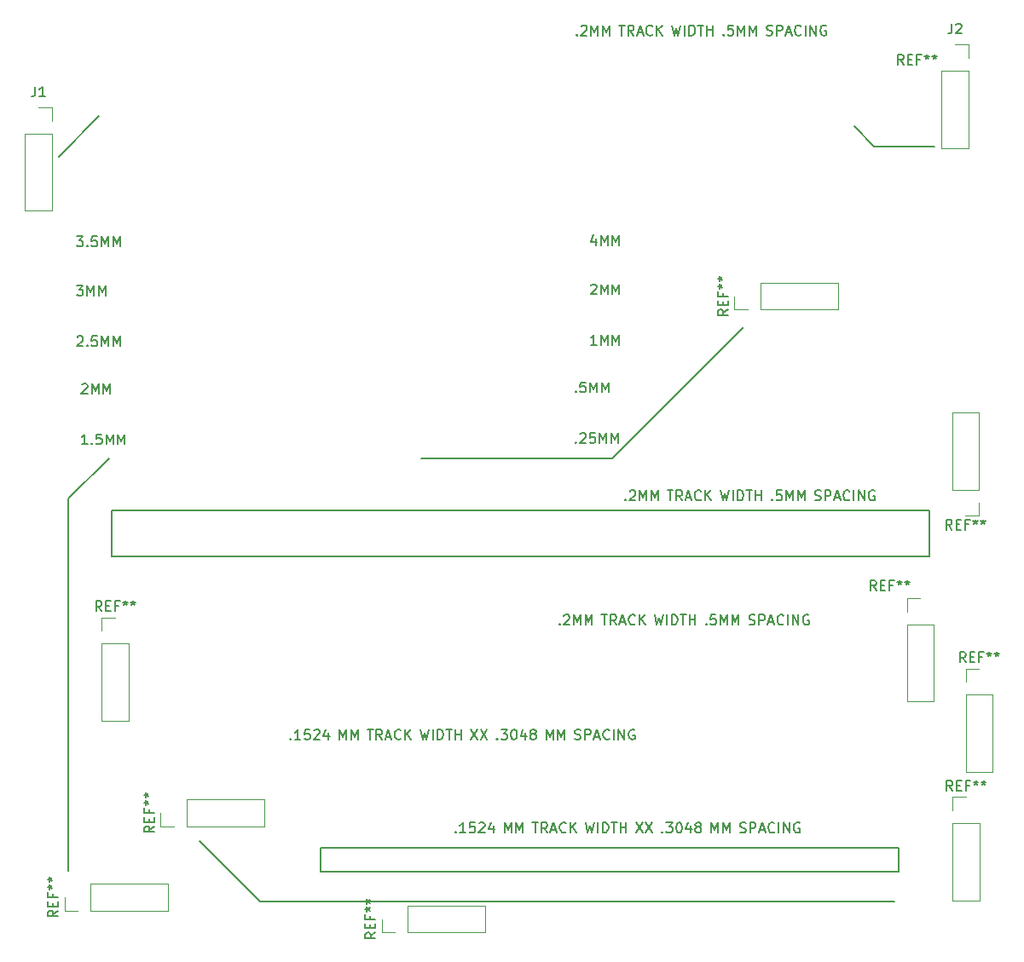
<source format=gbr>
G04 #@! TF.GenerationSoftware,KiCad,Pcbnew,(7.0.0-0)*
G04 #@! TF.CreationDate,2023-06-13T13:01:23-04:00*
G04 #@! TF.ProjectId,analog-capacitive-experiment,616e616c-6f67-42d6-9361-706163697469,rev?*
G04 #@! TF.SameCoordinates,Original*
G04 #@! TF.FileFunction,Legend,Top*
G04 #@! TF.FilePolarity,Positive*
%FSLAX46Y46*%
G04 Gerber Fmt 4.6, Leading zero omitted, Abs format (unit mm)*
G04 Created by KiCad (PCBNEW (7.0.0-0)) date 2023-06-13 13:01:23*
%MOMM*%
%LPD*%
G01*
G04 APERTURE LIST*
%ADD10C,0.150000*%
%ADD11C,0.120000*%
G04 APERTURE END LIST*
D10*
X109000000Y-131000000D02*
X109000000Y-94000000D01*
X176000000Y-77000000D02*
X163000000Y-90000000D01*
X163000000Y-90000000D02*
X144000000Y-90000000D01*
X122000000Y-128000000D02*
X128000000Y-134000000D01*
X189000000Y-59000000D02*
X187000000Y-57000000D01*
X133991200Y-128679200D02*
X191395200Y-128679200D01*
X191395200Y-128679200D02*
X191395200Y-131066800D01*
X191395200Y-131066800D02*
X133991200Y-131066800D01*
X133991200Y-131066800D02*
X133991200Y-128679200D01*
X128000000Y-134000000D02*
X191000000Y-134000000D01*
X113264800Y-95202000D02*
X194443200Y-95202000D01*
X194443200Y-95202000D02*
X194443200Y-99723200D01*
X194443200Y-99723200D02*
X113264800Y-99723200D01*
X113264800Y-99723200D02*
X113264800Y-95202000D01*
X108000000Y-60000000D02*
X112000000Y-56000000D01*
X109000000Y-94000000D02*
X113000000Y-90000000D01*
X195000000Y-59000000D02*
X189000000Y-59000000D01*
X160870876Y-72791620D02*
X160918495Y-72744001D01*
X160918495Y-72744001D02*
X161013733Y-72696381D01*
X161013733Y-72696381D02*
X161251828Y-72696381D01*
X161251828Y-72696381D02*
X161347066Y-72744001D01*
X161347066Y-72744001D02*
X161394685Y-72791620D01*
X161394685Y-72791620D02*
X161442304Y-72886858D01*
X161442304Y-72886858D02*
X161442304Y-72982096D01*
X161442304Y-72982096D02*
X161394685Y-73124953D01*
X161394685Y-73124953D02*
X160823257Y-73696381D01*
X160823257Y-73696381D02*
X161442304Y-73696381D01*
X161870876Y-73696381D02*
X161870876Y-72696381D01*
X161870876Y-72696381D02*
X162204209Y-73410667D01*
X162204209Y-73410667D02*
X162537542Y-72696381D01*
X162537542Y-72696381D02*
X162537542Y-73696381D01*
X163013733Y-73696381D02*
X163013733Y-72696381D01*
X163013733Y-72696381D02*
X163347066Y-73410667D01*
X163347066Y-73410667D02*
X163680399Y-72696381D01*
X163680399Y-72696381D02*
X163680399Y-73696381D01*
X109805623Y-67947547D02*
X110424670Y-67947547D01*
X110424670Y-67947547D02*
X110091337Y-68328500D01*
X110091337Y-68328500D02*
X110234194Y-68328500D01*
X110234194Y-68328500D02*
X110329432Y-68376119D01*
X110329432Y-68376119D02*
X110377051Y-68423738D01*
X110377051Y-68423738D02*
X110424670Y-68518976D01*
X110424670Y-68518976D02*
X110424670Y-68757071D01*
X110424670Y-68757071D02*
X110377051Y-68852309D01*
X110377051Y-68852309D02*
X110329432Y-68899928D01*
X110329432Y-68899928D02*
X110234194Y-68947547D01*
X110234194Y-68947547D02*
X109948480Y-68947547D01*
X109948480Y-68947547D02*
X109853242Y-68899928D01*
X109853242Y-68899928D02*
X109805623Y-68852309D01*
X110853242Y-68852309D02*
X110900861Y-68899928D01*
X110900861Y-68899928D02*
X110853242Y-68947547D01*
X110853242Y-68947547D02*
X110805623Y-68899928D01*
X110805623Y-68899928D02*
X110853242Y-68852309D01*
X110853242Y-68852309D02*
X110853242Y-68947547D01*
X111805622Y-67947547D02*
X111329432Y-67947547D01*
X111329432Y-67947547D02*
X111281813Y-68423738D01*
X111281813Y-68423738D02*
X111329432Y-68376119D01*
X111329432Y-68376119D02*
X111424670Y-68328500D01*
X111424670Y-68328500D02*
X111662765Y-68328500D01*
X111662765Y-68328500D02*
X111758003Y-68376119D01*
X111758003Y-68376119D02*
X111805622Y-68423738D01*
X111805622Y-68423738D02*
X111853241Y-68518976D01*
X111853241Y-68518976D02*
X111853241Y-68757071D01*
X111853241Y-68757071D02*
X111805622Y-68852309D01*
X111805622Y-68852309D02*
X111758003Y-68899928D01*
X111758003Y-68899928D02*
X111662765Y-68947547D01*
X111662765Y-68947547D02*
X111424670Y-68947547D01*
X111424670Y-68947547D02*
X111329432Y-68899928D01*
X111329432Y-68899928D02*
X111281813Y-68852309D01*
X112281813Y-68947547D02*
X112281813Y-67947547D01*
X112281813Y-67947547D02*
X112615146Y-68661833D01*
X112615146Y-68661833D02*
X112948479Y-67947547D01*
X112948479Y-67947547D02*
X112948479Y-68947547D01*
X113424670Y-68947547D02*
X113424670Y-67947547D01*
X113424670Y-67947547D02*
X113758003Y-68661833D01*
X113758003Y-68661833D02*
X114091336Y-67947547D01*
X114091336Y-67947547D02*
X114091336Y-68947547D01*
X161442304Y-78725580D02*
X160870876Y-78725580D01*
X161156590Y-78725580D02*
X161156590Y-77725580D01*
X161156590Y-77725580D02*
X161061352Y-77868438D01*
X161061352Y-77868438D02*
X160966114Y-77963676D01*
X160966114Y-77963676D02*
X160870876Y-78011295D01*
X161870876Y-78725580D02*
X161870876Y-77725580D01*
X161870876Y-77725580D02*
X162204209Y-78439866D01*
X162204209Y-78439866D02*
X162537542Y-77725580D01*
X162537542Y-77725580D02*
X162537542Y-78725580D01*
X163013733Y-78725580D02*
X163013733Y-77725580D01*
X163013733Y-77725580D02*
X163347066Y-78439866D01*
X163347066Y-78439866D02*
X163680399Y-77725580D01*
X163680399Y-77725580D02*
X163680399Y-78725580D01*
X159368495Y-88374342D02*
X159416114Y-88421961D01*
X159416114Y-88421961D02*
X159368495Y-88469580D01*
X159368495Y-88469580D02*
X159320876Y-88421961D01*
X159320876Y-88421961D02*
X159368495Y-88374342D01*
X159368495Y-88374342D02*
X159368495Y-88469580D01*
X159797066Y-87564819D02*
X159844685Y-87517200D01*
X159844685Y-87517200D02*
X159939923Y-87469580D01*
X159939923Y-87469580D02*
X160178018Y-87469580D01*
X160178018Y-87469580D02*
X160273256Y-87517200D01*
X160273256Y-87517200D02*
X160320875Y-87564819D01*
X160320875Y-87564819D02*
X160368494Y-87660057D01*
X160368494Y-87660057D02*
X160368494Y-87755295D01*
X160368494Y-87755295D02*
X160320875Y-87898152D01*
X160320875Y-87898152D02*
X159749447Y-88469580D01*
X159749447Y-88469580D02*
X160368494Y-88469580D01*
X161273256Y-87469580D02*
X160797066Y-87469580D01*
X160797066Y-87469580D02*
X160749447Y-87945771D01*
X160749447Y-87945771D02*
X160797066Y-87898152D01*
X160797066Y-87898152D02*
X160892304Y-87850533D01*
X160892304Y-87850533D02*
X161130399Y-87850533D01*
X161130399Y-87850533D02*
X161225637Y-87898152D01*
X161225637Y-87898152D02*
X161273256Y-87945771D01*
X161273256Y-87945771D02*
X161320875Y-88041009D01*
X161320875Y-88041009D02*
X161320875Y-88279104D01*
X161320875Y-88279104D02*
X161273256Y-88374342D01*
X161273256Y-88374342D02*
X161225637Y-88421961D01*
X161225637Y-88421961D02*
X161130399Y-88469580D01*
X161130399Y-88469580D02*
X160892304Y-88469580D01*
X160892304Y-88469580D02*
X160797066Y-88421961D01*
X160797066Y-88421961D02*
X160749447Y-88374342D01*
X161749447Y-88469580D02*
X161749447Y-87469580D01*
X161749447Y-87469580D02*
X162082780Y-88183866D01*
X162082780Y-88183866D02*
X162416113Y-87469580D01*
X162416113Y-87469580D02*
X162416113Y-88469580D01*
X162892304Y-88469580D02*
X162892304Y-87469580D01*
X162892304Y-87469580D02*
X163225637Y-88183866D01*
X163225637Y-88183866D02*
X163558970Y-87469580D01*
X163558970Y-87469580D02*
X163558970Y-88469580D01*
X131028895Y-117850742D02*
X131076514Y-117898361D01*
X131076514Y-117898361D02*
X131028895Y-117945980D01*
X131028895Y-117945980D02*
X130981276Y-117898361D01*
X130981276Y-117898361D02*
X131028895Y-117850742D01*
X131028895Y-117850742D02*
X131028895Y-117945980D01*
X132028894Y-117945980D02*
X131457466Y-117945980D01*
X131743180Y-117945980D02*
X131743180Y-116945980D01*
X131743180Y-116945980D02*
X131647942Y-117088838D01*
X131647942Y-117088838D02*
X131552704Y-117184076D01*
X131552704Y-117184076D02*
X131457466Y-117231695D01*
X132933656Y-116945980D02*
X132457466Y-116945980D01*
X132457466Y-116945980D02*
X132409847Y-117422171D01*
X132409847Y-117422171D02*
X132457466Y-117374552D01*
X132457466Y-117374552D02*
X132552704Y-117326933D01*
X132552704Y-117326933D02*
X132790799Y-117326933D01*
X132790799Y-117326933D02*
X132886037Y-117374552D01*
X132886037Y-117374552D02*
X132933656Y-117422171D01*
X132933656Y-117422171D02*
X132981275Y-117517409D01*
X132981275Y-117517409D02*
X132981275Y-117755504D01*
X132981275Y-117755504D02*
X132933656Y-117850742D01*
X132933656Y-117850742D02*
X132886037Y-117898361D01*
X132886037Y-117898361D02*
X132790799Y-117945980D01*
X132790799Y-117945980D02*
X132552704Y-117945980D01*
X132552704Y-117945980D02*
X132457466Y-117898361D01*
X132457466Y-117898361D02*
X132409847Y-117850742D01*
X133362228Y-117041219D02*
X133409847Y-116993600D01*
X133409847Y-116993600D02*
X133505085Y-116945980D01*
X133505085Y-116945980D02*
X133743180Y-116945980D01*
X133743180Y-116945980D02*
X133838418Y-116993600D01*
X133838418Y-116993600D02*
X133886037Y-117041219D01*
X133886037Y-117041219D02*
X133933656Y-117136457D01*
X133933656Y-117136457D02*
X133933656Y-117231695D01*
X133933656Y-117231695D02*
X133886037Y-117374552D01*
X133886037Y-117374552D02*
X133314609Y-117945980D01*
X133314609Y-117945980D02*
X133933656Y-117945980D01*
X134790799Y-117279314D02*
X134790799Y-117945980D01*
X134552704Y-116898361D02*
X134314609Y-117612647D01*
X134314609Y-117612647D02*
X134933656Y-117612647D01*
X135914609Y-117945980D02*
X135914609Y-116945980D01*
X135914609Y-116945980D02*
X136247942Y-117660266D01*
X136247942Y-117660266D02*
X136581275Y-116945980D01*
X136581275Y-116945980D02*
X136581275Y-117945980D01*
X137057466Y-117945980D02*
X137057466Y-116945980D01*
X137057466Y-116945980D02*
X137390799Y-117660266D01*
X137390799Y-117660266D02*
X137724132Y-116945980D01*
X137724132Y-116945980D02*
X137724132Y-117945980D01*
X138657466Y-116945980D02*
X139228894Y-116945980D01*
X138943180Y-117945980D02*
X138943180Y-116945980D01*
X140133656Y-117945980D02*
X139800323Y-117469790D01*
X139562228Y-117945980D02*
X139562228Y-116945980D01*
X139562228Y-116945980D02*
X139943180Y-116945980D01*
X139943180Y-116945980D02*
X140038418Y-116993600D01*
X140038418Y-116993600D02*
X140086037Y-117041219D01*
X140086037Y-117041219D02*
X140133656Y-117136457D01*
X140133656Y-117136457D02*
X140133656Y-117279314D01*
X140133656Y-117279314D02*
X140086037Y-117374552D01*
X140086037Y-117374552D02*
X140038418Y-117422171D01*
X140038418Y-117422171D02*
X139943180Y-117469790D01*
X139943180Y-117469790D02*
X139562228Y-117469790D01*
X140514609Y-117660266D02*
X140990799Y-117660266D01*
X140419371Y-117945980D02*
X140752704Y-116945980D01*
X140752704Y-116945980D02*
X141086037Y-117945980D01*
X141990799Y-117850742D02*
X141943180Y-117898361D01*
X141943180Y-117898361D02*
X141800323Y-117945980D01*
X141800323Y-117945980D02*
X141705085Y-117945980D01*
X141705085Y-117945980D02*
X141562228Y-117898361D01*
X141562228Y-117898361D02*
X141466990Y-117803123D01*
X141466990Y-117803123D02*
X141419371Y-117707885D01*
X141419371Y-117707885D02*
X141371752Y-117517409D01*
X141371752Y-117517409D02*
X141371752Y-117374552D01*
X141371752Y-117374552D02*
X141419371Y-117184076D01*
X141419371Y-117184076D02*
X141466990Y-117088838D01*
X141466990Y-117088838D02*
X141562228Y-116993600D01*
X141562228Y-116993600D02*
X141705085Y-116945980D01*
X141705085Y-116945980D02*
X141800323Y-116945980D01*
X141800323Y-116945980D02*
X141943180Y-116993600D01*
X141943180Y-116993600D02*
X141990799Y-117041219D01*
X142419371Y-117945980D02*
X142419371Y-116945980D01*
X142990799Y-117945980D02*
X142562228Y-117374552D01*
X142990799Y-116945980D02*
X142419371Y-117517409D01*
X143924133Y-116945980D02*
X144162228Y-117945980D01*
X144162228Y-117945980D02*
X144352704Y-117231695D01*
X144352704Y-117231695D02*
X144543180Y-117945980D01*
X144543180Y-117945980D02*
X144781276Y-116945980D01*
X145162228Y-117945980D02*
X145162228Y-116945980D01*
X145638418Y-117945980D02*
X145638418Y-116945980D01*
X145638418Y-116945980D02*
X145876513Y-116945980D01*
X145876513Y-116945980D02*
X146019370Y-116993600D01*
X146019370Y-116993600D02*
X146114608Y-117088838D01*
X146114608Y-117088838D02*
X146162227Y-117184076D01*
X146162227Y-117184076D02*
X146209846Y-117374552D01*
X146209846Y-117374552D02*
X146209846Y-117517409D01*
X146209846Y-117517409D02*
X146162227Y-117707885D01*
X146162227Y-117707885D02*
X146114608Y-117803123D01*
X146114608Y-117803123D02*
X146019370Y-117898361D01*
X146019370Y-117898361D02*
X145876513Y-117945980D01*
X145876513Y-117945980D02*
X145638418Y-117945980D01*
X146495561Y-116945980D02*
X147066989Y-116945980D01*
X146781275Y-117945980D02*
X146781275Y-116945980D01*
X147400323Y-117945980D02*
X147400323Y-116945980D01*
X147400323Y-117422171D02*
X147971751Y-117422171D01*
X147971751Y-117945980D02*
X147971751Y-116945980D01*
X148952704Y-116945980D02*
X149619370Y-117945980D01*
X149619370Y-116945980D02*
X148952704Y-117945980D01*
X149905085Y-116945980D02*
X150571751Y-117945980D01*
X150571751Y-116945980D02*
X149905085Y-117945980D01*
X151552704Y-117850742D02*
X151600323Y-117898361D01*
X151600323Y-117898361D02*
X151552704Y-117945980D01*
X151552704Y-117945980D02*
X151505085Y-117898361D01*
X151505085Y-117898361D02*
X151552704Y-117850742D01*
X151552704Y-117850742D02*
X151552704Y-117945980D01*
X151933656Y-116945980D02*
X152552703Y-116945980D01*
X152552703Y-116945980D02*
X152219370Y-117326933D01*
X152219370Y-117326933D02*
X152362227Y-117326933D01*
X152362227Y-117326933D02*
X152457465Y-117374552D01*
X152457465Y-117374552D02*
X152505084Y-117422171D01*
X152505084Y-117422171D02*
X152552703Y-117517409D01*
X152552703Y-117517409D02*
X152552703Y-117755504D01*
X152552703Y-117755504D02*
X152505084Y-117850742D01*
X152505084Y-117850742D02*
X152457465Y-117898361D01*
X152457465Y-117898361D02*
X152362227Y-117945980D01*
X152362227Y-117945980D02*
X152076513Y-117945980D01*
X152076513Y-117945980D02*
X151981275Y-117898361D01*
X151981275Y-117898361D02*
X151933656Y-117850742D01*
X153171751Y-116945980D02*
X153266989Y-116945980D01*
X153266989Y-116945980D02*
X153362227Y-116993600D01*
X153362227Y-116993600D02*
X153409846Y-117041219D01*
X153409846Y-117041219D02*
X153457465Y-117136457D01*
X153457465Y-117136457D02*
X153505084Y-117326933D01*
X153505084Y-117326933D02*
X153505084Y-117565028D01*
X153505084Y-117565028D02*
X153457465Y-117755504D01*
X153457465Y-117755504D02*
X153409846Y-117850742D01*
X153409846Y-117850742D02*
X153362227Y-117898361D01*
X153362227Y-117898361D02*
X153266989Y-117945980D01*
X153266989Y-117945980D02*
X153171751Y-117945980D01*
X153171751Y-117945980D02*
X153076513Y-117898361D01*
X153076513Y-117898361D02*
X153028894Y-117850742D01*
X153028894Y-117850742D02*
X152981275Y-117755504D01*
X152981275Y-117755504D02*
X152933656Y-117565028D01*
X152933656Y-117565028D02*
X152933656Y-117326933D01*
X152933656Y-117326933D02*
X152981275Y-117136457D01*
X152981275Y-117136457D02*
X153028894Y-117041219D01*
X153028894Y-117041219D02*
X153076513Y-116993600D01*
X153076513Y-116993600D02*
X153171751Y-116945980D01*
X154362227Y-117279314D02*
X154362227Y-117945980D01*
X154124132Y-116898361D02*
X153886037Y-117612647D01*
X153886037Y-117612647D02*
X154505084Y-117612647D01*
X155028894Y-117374552D02*
X154933656Y-117326933D01*
X154933656Y-117326933D02*
X154886037Y-117279314D01*
X154886037Y-117279314D02*
X154838418Y-117184076D01*
X154838418Y-117184076D02*
X154838418Y-117136457D01*
X154838418Y-117136457D02*
X154886037Y-117041219D01*
X154886037Y-117041219D02*
X154933656Y-116993600D01*
X154933656Y-116993600D02*
X155028894Y-116945980D01*
X155028894Y-116945980D02*
X155219370Y-116945980D01*
X155219370Y-116945980D02*
X155314608Y-116993600D01*
X155314608Y-116993600D02*
X155362227Y-117041219D01*
X155362227Y-117041219D02*
X155409846Y-117136457D01*
X155409846Y-117136457D02*
X155409846Y-117184076D01*
X155409846Y-117184076D02*
X155362227Y-117279314D01*
X155362227Y-117279314D02*
X155314608Y-117326933D01*
X155314608Y-117326933D02*
X155219370Y-117374552D01*
X155219370Y-117374552D02*
X155028894Y-117374552D01*
X155028894Y-117374552D02*
X154933656Y-117422171D01*
X154933656Y-117422171D02*
X154886037Y-117469790D01*
X154886037Y-117469790D02*
X154838418Y-117565028D01*
X154838418Y-117565028D02*
X154838418Y-117755504D01*
X154838418Y-117755504D02*
X154886037Y-117850742D01*
X154886037Y-117850742D02*
X154933656Y-117898361D01*
X154933656Y-117898361D02*
X155028894Y-117945980D01*
X155028894Y-117945980D02*
X155219370Y-117945980D01*
X155219370Y-117945980D02*
X155314608Y-117898361D01*
X155314608Y-117898361D02*
X155362227Y-117850742D01*
X155362227Y-117850742D02*
X155409846Y-117755504D01*
X155409846Y-117755504D02*
X155409846Y-117565028D01*
X155409846Y-117565028D02*
X155362227Y-117469790D01*
X155362227Y-117469790D02*
X155314608Y-117422171D01*
X155314608Y-117422171D02*
X155219370Y-117374552D01*
X156438418Y-117945980D02*
X156438418Y-116945980D01*
X156438418Y-116945980D02*
X156771751Y-117660266D01*
X156771751Y-117660266D02*
X157105084Y-116945980D01*
X157105084Y-116945980D02*
X157105084Y-117945980D01*
X157581275Y-117945980D02*
X157581275Y-116945980D01*
X157581275Y-116945980D02*
X157914608Y-117660266D01*
X157914608Y-117660266D02*
X158247941Y-116945980D01*
X158247941Y-116945980D02*
X158247941Y-117945980D01*
X159276513Y-117898361D02*
X159419370Y-117945980D01*
X159419370Y-117945980D02*
X159657465Y-117945980D01*
X159657465Y-117945980D02*
X159752703Y-117898361D01*
X159752703Y-117898361D02*
X159800322Y-117850742D01*
X159800322Y-117850742D02*
X159847941Y-117755504D01*
X159847941Y-117755504D02*
X159847941Y-117660266D01*
X159847941Y-117660266D02*
X159800322Y-117565028D01*
X159800322Y-117565028D02*
X159752703Y-117517409D01*
X159752703Y-117517409D02*
X159657465Y-117469790D01*
X159657465Y-117469790D02*
X159466989Y-117422171D01*
X159466989Y-117422171D02*
X159371751Y-117374552D01*
X159371751Y-117374552D02*
X159324132Y-117326933D01*
X159324132Y-117326933D02*
X159276513Y-117231695D01*
X159276513Y-117231695D02*
X159276513Y-117136457D01*
X159276513Y-117136457D02*
X159324132Y-117041219D01*
X159324132Y-117041219D02*
X159371751Y-116993600D01*
X159371751Y-116993600D02*
X159466989Y-116945980D01*
X159466989Y-116945980D02*
X159705084Y-116945980D01*
X159705084Y-116945980D02*
X159847941Y-116993600D01*
X160276513Y-117945980D02*
X160276513Y-116945980D01*
X160276513Y-116945980D02*
X160657465Y-116945980D01*
X160657465Y-116945980D02*
X160752703Y-116993600D01*
X160752703Y-116993600D02*
X160800322Y-117041219D01*
X160800322Y-117041219D02*
X160847941Y-117136457D01*
X160847941Y-117136457D02*
X160847941Y-117279314D01*
X160847941Y-117279314D02*
X160800322Y-117374552D01*
X160800322Y-117374552D02*
X160752703Y-117422171D01*
X160752703Y-117422171D02*
X160657465Y-117469790D01*
X160657465Y-117469790D02*
X160276513Y-117469790D01*
X161228894Y-117660266D02*
X161705084Y-117660266D01*
X161133656Y-117945980D02*
X161466989Y-116945980D01*
X161466989Y-116945980D02*
X161800322Y-117945980D01*
X162705084Y-117850742D02*
X162657465Y-117898361D01*
X162657465Y-117898361D02*
X162514608Y-117945980D01*
X162514608Y-117945980D02*
X162419370Y-117945980D01*
X162419370Y-117945980D02*
X162276513Y-117898361D01*
X162276513Y-117898361D02*
X162181275Y-117803123D01*
X162181275Y-117803123D02*
X162133656Y-117707885D01*
X162133656Y-117707885D02*
X162086037Y-117517409D01*
X162086037Y-117517409D02*
X162086037Y-117374552D01*
X162086037Y-117374552D02*
X162133656Y-117184076D01*
X162133656Y-117184076D02*
X162181275Y-117088838D01*
X162181275Y-117088838D02*
X162276513Y-116993600D01*
X162276513Y-116993600D02*
X162419370Y-116945980D01*
X162419370Y-116945980D02*
X162514608Y-116945980D01*
X162514608Y-116945980D02*
X162657465Y-116993600D01*
X162657465Y-116993600D02*
X162705084Y-117041219D01*
X163133656Y-117945980D02*
X163133656Y-116945980D01*
X163609846Y-117945980D02*
X163609846Y-116945980D01*
X163609846Y-116945980D02*
X164181274Y-117945980D01*
X164181274Y-117945980D02*
X164181274Y-116945980D01*
X165181274Y-116993600D02*
X165086036Y-116945980D01*
X165086036Y-116945980D02*
X164943179Y-116945980D01*
X164943179Y-116945980D02*
X164800322Y-116993600D01*
X164800322Y-116993600D02*
X164705084Y-117088838D01*
X164705084Y-117088838D02*
X164657465Y-117184076D01*
X164657465Y-117184076D02*
X164609846Y-117374552D01*
X164609846Y-117374552D02*
X164609846Y-117517409D01*
X164609846Y-117517409D02*
X164657465Y-117707885D01*
X164657465Y-117707885D02*
X164705084Y-117803123D01*
X164705084Y-117803123D02*
X164800322Y-117898361D01*
X164800322Y-117898361D02*
X164943179Y-117945980D01*
X164943179Y-117945980D02*
X165038417Y-117945980D01*
X165038417Y-117945980D02*
X165181274Y-117898361D01*
X165181274Y-117898361D02*
X165228893Y-117850742D01*
X165228893Y-117850742D02*
X165228893Y-117517409D01*
X165228893Y-117517409D02*
X165038417Y-117517409D01*
X109853242Y-77948786D02*
X109900861Y-77901167D01*
X109900861Y-77901167D02*
X109996099Y-77853547D01*
X109996099Y-77853547D02*
X110234194Y-77853547D01*
X110234194Y-77853547D02*
X110329432Y-77901167D01*
X110329432Y-77901167D02*
X110377051Y-77948786D01*
X110377051Y-77948786D02*
X110424670Y-78044024D01*
X110424670Y-78044024D02*
X110424670Y-78139262D01*
X110424670Y-78139262D02*
X110377051Y-78282119D01*
X110377051Y-78282119D02*
X109805623Y-78853547D01*
X109805623Y-78853547D02*
X110424670Y-78853547D01*
X110853242Y-78758309D02*
X110900861Y-78805928D01*
X110900861Y-78805928D02*
X110853242Y-78853547D01*
X110853242Y-78853547D02*
X110805623Y-78805928D01*
X110805623Y-78805928D02*
X110853242Y-78758309D01*
X110853242Y-78758309D02*
X110853242Y-78853547D01*
X111805622Y-77853547D02*
X111329432Y-77853547D01*
X111329432Y-77853547D02*
X111281813Y-78329738D01*
X111281813Y-78329738D02*
X111329432Y-78282119D01*
X111329432Y-78282119D02*
X111424670Y-78234500D01*
X111424670Y-78234500D02*
X111662765Y-78234500D01*
X111662765Y-78234500D02*
X111758003Y-78282119D01*
X111758003Y-78282119D02*
X111805622Y-78329738D01*
X111805622Y-78329738D02*
X111853241Y-78424976D01*
X111853241Y-78424976D02*
X111853241Y-78663071D01*
X111853241Y-78663071D02*
X111805622Y-78758309D01*
X111805622Y-78758309D02*
X111758003Y-78805928D01*
X111758003Y-78805928D02*
X111662765Y-78853547D01*
X111662765Y-78853547D02*
X111424670Y-78853547D01*
X111424670Y-78853547D02*
X111329432Y-78805928D01*
X111329432Y-78805928D02*
X111281813Y-78758309D01*
X112281813Y-78853547D02*
X112281813Y-77853547D01*
X112281813Y-77853547D02*
X112615146Y-78567833D01*
X112615146Y-78567833D02*
X112948479Y-77853547D01*
X112948479Y-77853547D02*
X112948479Y-78853547D01*
X113424670Y-78853547D02*
X113424670Y-77853547D01*
X113424670Y-77853547D02*
X113758003Y-78567833D01*
X113758003Y-78567833D02*
X114091336Y-77853547D01*
X114091336Y-77853547D02*
X114091336Y-78853547D01*
X159368495Y-83345142D02*
X159416114Y-83392761D01*
X159416114Y-83392761D02*
X159368495Y-83440380D01*
X159368495Y-83440380D02*
X159320876Y-83392761D01*
X159320876Y-83392761D02*
X159368495Y-83345142D01*
X159368495Y-83345142D02*
X159368495Y-83440380D01*
X160320875Y-82440380D02*
X159844685Y-82440380D01*
X159844685Y-82440380D02*
X159797066Y-82916571D01*
X159797066Y-82916571D02*
X159844685Y-82868952D01*
X159844685Y-82868952D02*
X159939923Y-82821333D01*
X159939923Y-82821333D02*
X160178018Y-82821333D01*
X160178018Y-82821333D02*
X160273256Y-82868952D01*
X160273256Y-82868952D02*
X160320875Y-82916571D01*
X160320875Y-82916571D02*
X160368494Y-83011809D01*
X160368494Y-83011809D02*
X160368494Y-83249904D01*
X160368494Y-83249904D02*
X160320875Y-83345142D01*
X160320875Y-83345142D02*
X160273256Y-83392761D01*
X160273256Y-83392761D02*
X160178018Y-83440380D01*
X160178018Y-83440380D02*
X159939923Y-83440380D01*
X159939923Y-83440380D02*
X159844685Y-83392761D01*
X159844685Y-83392761D02*
X159797066Y-83345142D01*
X160797066Y-83440380D02*
X160797066Y-82440380D01*
X160797066Y-82440380D02*
X161130399Y-83154666D01*
X161130399Y-83154666D02*
X161463732Y-82440380D01*
X161463732Y-82440380D02*
X161463732Y-83440380D01*
X161939923Y-83440380D02*
X161939923Y-82440380D01*
X161939923Y-82440380D02*
X162273256Y-83154666D01*
X162273256Y-83154666D02*
X162606589Y-82440380D01*
X162606589Y-82440380D02*
X162606589Y-83440380D01*
X161347066Y-68152914D02*
X161347066Y-68819580D01*
X161108971Y-67771961D02*
X160870876Y-68486247D01*
X160870876Y-68486247D02*
X161489923Y-68486247D01*
X161870876Y-68819580D02*
X161870876Y-67819580D01*
X161870876Y-67819580D02*
X162204209Y-68533866D01*
X162204209Y-68533866D02*
X162537542Y-67819580D01*
X162537542Y-67819580D02*
X162537542Y-68819580D01*
X163013733Y-68819580D02*
X163013733Y-67819580D01*
X163013733Y-67819580D02*
X163347066Y-68533866D01*
X163347066Y-68533866D02*
X163680399Y-67819580D01*
X163680399Y-67819580D02*
X163680399Y-68819580D01*
X164286495Y-94083342D02*
X164334114Y-94130961D01*
X164334114Y-94130961D02*
X164286495Y-94178580D01*
X164286495Y-94178580D02*
X164238876Y-94130961D01*
X164238876Y-94130961D02*
X164286495Y-94083342D01*
X164286495Y-94083342D02*
X164286495Y-94178580D01*
X164715066Y-93273819D02*
X164762685Y-93226200D01*
X164762685Y-93226200D02*
X164857923Y-93178580D01*
X164857923Y-93178580D02*
X165096018Y-93178580D01*
X165096018Y-93178580D02*
X165191256Y-93226200D01*
X165191256Y-93226200D02*
X165238875Y-93273819D01*
X165238875Y-93273819D02*
X165286494Y-93369057D01*
X165286494Y-93369057D02*
X165286494Y-93464295D01*
X165286494Y-93464295D02*
X165238875Y-93607152D01*
X165238875Y-93607152D02*
X164667447Y-94178580D01*
X164667447Y-94178580D02*
X165286494Y-94178580D01*
X165715066Y-94178580D02*
X165715066Y-93178580D01*
X165715066Y-93178580D02*
X166048399Y-93892866D01*
X166048399Y-93892866D02*
X166381732Y-93178580D01*
X166381732Y-93178580D02*
X166381732Y-94178580D01*
X166857923Y-94178580D02*
X166857923Y-93178580D01*
X166857923Y-93178580D02*
X167191256Y-93892866D01*
X167191256Y-93892866D02*
X167524589Y-93178580D01*
X167524589Y-93178580D02*
X167524589Y-94178580D01*
X168457923Y-93178580D02*
X169029351Y-93178580D01*
X168743637Y-94178580D02*
X168743637Y-93178580D01*
X169934113Y-94178580D02*
X169600780Y-93702390D01*
X169362685Y-94178580D02*
X169362685Y-93178580D01*
X169362685Y-93178580D02*
X169743637Y-93178580D01*
X169743637Y-93178580D02*
X169838875Y-93226200D01*
X169838875Y-93226200D02*
X169886494Y-93273819D01*
X169886494Y-93273819D02*
X169934113Y-93369057D01*
X169934113Y-93369057D02*
X169934113Y-93511914D01*
X169934113Y-93511914D02*
X169886494Y-93607152D01*
X169886494Y-93607152D02*
X169838875Y-93654771D01*
X169838875Y-93654771D02*
X169743637Y-93702390D01*
X169743637Y-93702390D02*
X169362685Y-93702390D01*
X170315066Y-93892866D02*
X170791256Y-93892866D01*
X170219828Y-94178580D02*
X170553161Y-93178580D01*
X170553161Y-93178580D02*
X170886494Y-94178580D01*
X171791256Y-94083342D02*
X171743637Y-94130961D01*
X171743637Y-94130961D02*
X171600780Y-94178580D01*
X171600780Y-94178580D02*
X171505542Y-94178580D01*
X171505542Y-94178580D02*
X171362685Y-94130961D01*
X171362685Y-94130961D02*
X171267447Y-94035723D01*
X171267447Y-94035723D02*
X171219828Y-93940485D01*
X171219828Y-93940485D02*
X171172209Y-93750009D01*
X171172209Y-93750009D02*
X171172209Y-93607152D01*
X171172209Y-93607152D02*
X171219828Y-93416676D01*
X171219828Y-93416676D02*
X171267447Y-93321438D01*
X171267447Y-93321438D02*
X171362685Y-93226200D01*
X171362685Y-93226200D02*
X171505542Y-93178580D01*
X171505542Y-93178580D02*
X171600780Y-93178580D01*
X171600780Y-93178580D02*
X171743637Y-93226200D01*
X171743637Y-93226200D02*
X171791256Y-93273819D01*
X172219828Y-94178580D02*
X172219828Y-93178580D01*
X172791256Y-94178580D02*
X172362685Y-93607152D01*
X172791256Y-93178580D02*
X172219828Y-93750009D01*
X173724590Y-93178580D02*
X173962685Y-94178580D01*
X173962685Y-94178580D02*
X174153161Y-93464295D01*
X174153161Y-93464295D02*
X174343637Y-94178580D01*
X174343637Y-94178580D02*
X174581733Y-93178580D01*
X174962685Y-94178580D02*
X174962685Y-93178580D01*
X175438875Y-94178580D02*
X175438875Y-93178580D01*
X175438875Y-93178580D02*
X175676970Y-93178580D01*
X175676970Y-93178580D02*
X175819827Y-93226200D01*
X175819827Y-93226200D02*
X175915065Y-93321438D01*
X175915065Y-93321438D02*
X175962684Y-93416676D01*
X175962684Y-93416676D02*
X176010303Y-93607152D01*
X176010303Y-93607152D02*
X176010303Y-93750009D01*
X176010303Y-93750009D02*
X175962684Y-93940485D01*
X175962684Y-93940485D02*
X175915065Y-94035723D01*
X175915065Y-94035723D02*
X175819827Y-94130961D01*
X175819827Y-94130961D02*
X175676970Y-94178580D01*
X175676970Y-94178580D02*
X175438875Y-94178580D01*
X176296018Y-93178580D02*
X176867446Y-93178580D01*
X176581732Y-94178580D02*
X176581732Y-93178580D01*
X177200780Y-94178580D02*
X177200780Y-93178580D01*
X177200780Y-93654771D02*
X177772208Y-93654771D01*
X177772208Y-94178580D02*
X177772208Y-93178580D01*
X178848399Y-94083342D02*
X178896018Y-94130961D01*
X178896018Y-94130961D02*
X178848399Y-94178580D01*
X178848399Y-94178580D02*
X178800780Y-94130961D01*
X178800780Y-94130961D02*
X178848399Y-94083342D01*
X178848399Y-94083342D02*
X178848399Y-94178580D01*
X179800779Y-93178580D02*
X179324589Y-93178580D01*
X179324589Y-93178580D02*
X179276970Y-93654771D01*
X179276970Y-93654771D02*
X179324589Y-93607152D01*
X179324589Y-93607152D02*
X179419827Y-93559533D01*
X179419827Y-93559533D02*
X179657922Y-93559533D01*
X179657922Y-93559533D02*
X179753160Y-93607152D01*
X179753160Y-93607152D02*
X179800779Y-93654771D01*
X179800779Y-93654771D02*
X179848398Y-93750009D01*
X179848398Y-93750009D02*
X179848398Y-93988104D01*
X179848398Y-93988104D02*
X179800779Y-94083342D01*
X179800779Y-94083342D02*
X179753160Y-94130961D01*
X179753160Y-94130961D02*
X179657922Y-94178580D01*
X179657922Y-94178580D02*
X179419827Y-94178580D01*
X179419827Y-94178580D02*
X179324589Y-94130961D01*
X179324589Y-94130961D02*
X179276970Y-94083342D01*
X180276970Y-94178580D02*
X180276970Y-93178580D01*
X180276970Y-93178580D02*
X180610303Y-93892866D01*
X180610303Y-93892866D02*
X180943636Y-93178580D01*
X180943636Y-93178580D02*
X180943636Y-94178580D01*
X181419827Y-94178580D02*
X181419827Y-93178580D01*
X181419827Y-93178580D02*
X181753160Y-93892866D01*
X181753160Y-93892866D02*
X182086493Y-93178580D01*
X182086493Y-93178580D02*
X182086493Y-94178580D01*
X183115065Y-94130961D02*
X183257922Y-94178580D01*
X183257922Y-94178580D02*
X183496017Y-94178580D01*
X183496017Y-94178580D02*
X183591255Y-94130961D01*
X183591255Y-94130961D02*
X183638874Y-94083342D01*
X183638874Y-94083342D02*
X183686493Y-93988104D01*
X183686493Y-93988104D02*
X183686493Y-93892866D01*
X183686493Y-93892866D02*
X183638874Y-93797628D01*
X183638874Y-93797628D02*
X183591255Y-93750009D01*
X183591255Y-93750009D02*
X183496017Y-93702390D01*
X183496017Y-93702390D02*
X183305541Y-93654771D01*
X183305541Y-93654771D02*
X183210303Y-93607152D01*
X183210303Y-93607152D02*
X183162684Y-93559533D01*
X183162684Y-93559533D02*
X183115065Y-93464295D01*
X183115065Y-93464295D02*
X183115065Y-93369057D01*
X183115065Y-93369057D02*
X183162684Y-93273819D01*
X183162684Y-93273819D02*
X183210303Y-93226200D01*
X183210303Y-93226200D02*
X183305541Y-93178580D01*
X183305541Y-93178580D02*
X183543636Y-93178580D01*
X183543636Y-93178580D02*
X183686493Y-93226200D01*
X184115065Y-94178580D02*
X184115065Y-93178580D01*
X184115065Y-93178580D02*
X184496017Y-93178580D01*
X184496017Y-93178580D02*
X184591255Y-93226200D01*
X184591255Y-93226200D02*
X184638874Y-93273819D01*
X184638874Y-93273819D02*
X184686493Y-93369057D01*
X184686493Y-93369057D02*
X184686493Y-93511914D01*
X184686493Y-93511914D02*
X184638874Y-93607152D01*
X184638874Y-93607152D02*
X184591255Y-93654771D01*
X184591255Y-93654771D02*
X184496017Y-93702390D01*
X184496017Y-93702390D02*
X184115065Y-93702390D01*
X185067446Y-93892866D02*
X185543636Y-93892866D01*
X184972208Y-94178580D02*
X185305541Y-93178580D01*
X185305541Y-93178580D02*
X185638874Y-94178580D01*
X186543636Y-94083342D02*
X186496017Y-94130961D01*
X186496017Y-94130961D02*
X186353160Y-94178580D01*
X186353160Y-94178580D02*
X186257922Y-94178580D01*
X186257922Y-94178580D02*
X186115065Y-94130961D01*
X186115065Y-94130961D02*
X186019827Y-94035723D01*
X186019827Y-94035723D02*
X185972208Y-93940485D01*
X185972208Y-93940485D02*
X185924589Y-93750009D01*
X185924589Y-93750009D02*
X185924589Y-93607152D01*
X185924589Y-93607152D02*
X185972208Y-93416676D01*
X185972208Y-93416676D02*
X186019827Y-93321438D01*
X186019827Y-93321438D02*
X186115065Y-93226200D01*
X186115065Y-93226200D02*
X186257922Y-93178580D01*
X186257922Y-93178580D02*
X186353160Y-93178580D01*
X186353160Y-93178580D02*
X186496017Y-93226200D01*
X186496017Y-93226200D02*
X186543636Y-93273819D01*
X186972208Y-94178580D02*
X186972208Y-93178580D01*
X187448398Y-94178580D02*
X187448398Y-93178580D01*
X187448398Y-93178580D02*
X188019826Y-94178580D01*
X188019826Y-94178580D02*
X188019826Y-93178580D01*
X189019826Y-93226200D02*
X188924588Y-93178580D01*
X188924588Y-93178580D02*
X188781731Y-93178580D01*
X188781731Y-93178580D02*
X188638874Y-93226200D01*
X188638874Y-93226200D02*
X188543636Y-93321438D01*
X188543636Y-93321438D02*
X188496017Y-93416676D01*
X188496017Y-93416676D02*
X188448398Y-93607152D01*
X188448398Y-93607152D02*
X188448398Y-93750009D01*
X188448398Y-93750009D02*
X188496017Y-93940485D01*
X188496017Y-93940485D02*
X188543636Y-94035723D01*
X188543636Y-94035723D02*
X188638874Y-94130961D01*
X188638874Y-94130961D02*
X188781731Y-94178580D01*
X188781731Y-94178580D02*
X188876969Y-94178580D01*
X188876969Y-94178580D02*
X189019826Y-94130961D01*
X189019826Y-94130961D02*
X189067445Y-94083342D01*
X189067445Y-94083342D02*
X189067445Y-93750009D01*
X189067445Y-93750009D02*
X188876969Y-93750009D01*
X159473495Y-47876542D02*
X159521114Y-47924161D01*
X159521114Y-47924161D02*
X159473495Y-47971780D01*
X159473495Y-47971780D02*
X159425876Y-47924161D01*
X159425876Y-47924161D02*
X159473495Y-47876542D01*
X159473495Y-47876542D02*
X159473495Y-47971780D01*
X159902066Y-47067019D02*
X159949685Y-47019400D01*
X159949685Y-47019400D02*
X160044923Y-46971780D01*
X160044923Y-46971780D02*
X160283018Y-46971780D01*
X160283018Y-46971780D02*
X160378256Y-47019400D01*
X160378256Y-47019400D02*
X160425875Y-47067019D01*
X160425875Y-47067019D02*
X160473494Y-47162257D01*
X160473494Y-47162257D02*
X160473494Y-47257495D01*
X160473494Y-47257495D02*
X160425875Y-47400352D01*
X160425875Y-47400352D02*
X159854447Y-47971780D01*
X159854447Y-47971780D02*
X160473494Y-47971780D01*
X160902066Y-47971780D02*
X160902066Y-46971780D01*
X160902066Y-46971780D02*
X161235399Y-47686066D01*
X161235399Y-47686066D02*
X161568732Y-46971780D01*
X161568732Y-46971780D02*
X161568732Y-47971780D01*
X162044923Y-47971780D02*
X162044923Y-46971780D01*
X162044923Y-46971780D02*
X162378256Y-47686066D01*
X162378256Y-47686066D02*
X162711589Y-46971780D01*
X162711589Y-46971780D02*
X162711589Y-47971780D01*
X163644923Y-46971780D02*
X164216351Y-46971780D01*
X163930637Y-47971780D02*
X163930637Y-46971780D01*
X165121113Y-47971780D02*
X164787780Y-47495590D01*
X164549685Y-47971780D02*
X164549685Y-46971780D01*
X164549685Y-46971780D02*
X164930637Y-46971780D01*
X164930637Y-46971780D02*
X165025875Y-47019400D01*
X165025875Y-47019400D02*
X165073494Y-47067019D01*
X165073494Y-47067019D02*
X165121113Y-47162257D01*
X165121113Y-47162257D02*
X165121113Y-47305114D01*
X165121113Y-47305114D02*
X165073494Y-47400352D01*
X165073494Y-47400352D02*
X165025875Y-47447971D01*
X165025875Y-47447971D02*
X164930637Y-47495590D01*
X164930637Y-47495590D02*
X164549685Y-47495590D01*
X165502066Y-47686066D02*
X165978256Y-47686066D01*
X165406828Y-47971780D02*
X165740161Y-46971780D01*
X165740161Y-46971780D02*
X166073494Y-47971780D01*
X166978256Y-47876542D02*
X166930637Y-47924161D01*
X166930637Y-47924161D02*
X166787780Y-47971780D01*
X166787780Y-47971780D02*
X166692542Y-47971780D01*
X166692542Y-47971780D02*
X166549685Y-47924161D01*
X166549685Y-47924161D02*
X166454447Y-47828923D01*
X166454447Y-47828923D02*
X166406828Y-47733685D01*
X166406828Y-47733685D02*
X166359209Y-47543209D01*
X166359209Y-47543209D02*
X166359209Y-47400352D01*
X166359209Y-47400352D02*
X166406828Y-47209876D01*
X166406828Y-47209876D02*
X166454447Y-47114638D01*
X166454447Y-47114638D02*
X166549685Y-47019400D01*
X166549685Y-47019400D02*
X166692542Y-46971780D01*
X166692542Y-46971780D02*
X166787780Y-46971780D01*
X166787780Y-46971780D02*
X166930637Y-47019400D01*
X166930637Y-47019400D02*
X166978256Y-47067019D01*
X167406828Y-47971780D02*
X167406828Y-46971780D01*
X167978256Y-47971780D02*
X167549685Y-47400352D01*
X167978256Y-46971780D02*
X167406828Y-47543209D01*
X168911590Y-46971780D02*
X169149685Y-47971780D01*
X169149685Y-47971780D02*
X169340161Y-47257495D01*
X169340161Y-47257495D02*
X169530637Y-47971780D01*
X169530637Y-47971780D02*
X169768733Y-46971780D01*
X170149685Y-47971780D02*
X170149685Y-46971780D01*
X170625875Y-47971780D02*
X170625875Y-46971780D01*
X170625875Y-46971780D02*
X170863970Y-46971780D01*
X170863970Y-46971780D02*
X171006827Y-47019400D01*
X171006827Y-47019400D02*
X171102065Y-47114638D01*
X171102065Y-47114638D02*
X171149684Y-47209876D01*
X171149684Y-47209876D02*
X171197303Y-47400352D01*
X171197303Y-47400352D02*
X171197303Y-47543209D01*
X171197303Y-47543209D02*
X171149684Y-47733685D01*
X171149684Y-47733685D02*
X171102065Y-47828923D01*
X171102065Y-47828923D02*
X171006827Y-47924161D01*
X171006827Y-47924161D02*
X170863970Y-47971780D01*
X170863970Y-47971780D02*
X170625875Y-47971780D01*
X171483018Y-46971780D02*
X172054446Y-46971780D01*
X171768732Y-47971780D02*
X171768732Y-46971780D01*
X172387780Y-47971780D02*
X172387780Y-46971780D01*
X172387780Y-47447971D02*
X172959208Y-47447971D01*
X172959208Y-47971780D02*
X172959208Y-46971780D01*
X174035399Y-47876542D02*
X174083018Y-47924161D01*
X174083018Y-47924161D02*
X174035399Y-47971780D01*
X174035399Y-47971780D02*
X173987780Y-47924161D01*
X173987780Y-47924161D02*
X174035399Y-47876542D01*
X174035399Y-47876542D02*
X174035399Y-47971780D01*
X174987779Y-46971780D02*
X174511589Y-46971780D01*
X174511589Y-46971780D02*
X174463970Y-47447971D01*
X174463970Y-47447971D02*
X174511589Y-47400352D01*
X174511589Y-47400352D02*
X174606827Y-47352733D01*
X174606827Y-47352733D02*
X174844922Y-47352733D01*
X174844922Y-47352733D02*
X174940160Y-47400352D01*
X174940160Y-47400352D02*
X174987779Y-47447971D01*
X174987779Y-47447971D02*
X175035398Y-47543209D01*
X175035398Y-47543209D02*
X175035398Y-47781304D01*
X175035398Y-47781304D02*
X174987779Y-47876542D01*
X174987779Y-47876542D02*
X174940160Y-47924161D01*
X174940160Y-47924161D02*
X174844922Y-47971780D01*
X174844922Y-47971780D02*
X174606827Y-47971780D01*
X174606827Y-47971780D02*
X174511589Y-47924161D01*
X174511589Y-47924161D02*
X174463970Y-47876542D01*
X175463970Y-47971780D02*
X175463970Y-46971780D01*
X175463970Y-46971780D02*
X175797303Y-47686066D01*
X175797303Y-47686066D02*
X176130636Y-46971780D01*
X176130636Y-46971780D02*
X176130636Y-47971780D01*
X176606827Y-47971780D02*
X176606827Y-46971780D01*
X176606827Y-46971780D02*
X176940160Y-47686066D01*
X176940160Y-47686066D02*
X177273493Y-46971780D01*
X177273493Y-46971780D02*
X177273493Y-47971780D01*
X178302065Y-47924161D02*
X178444922Y-47971780D01*
X178444922Y-47971780D02*
X178683017Y-47971780D01*
X178683017Y-47971780D02*
X178778255Y-47924161D01*
X178778255Y-47924161D02*
X178825874Y-47876542D01*
X178825874Y-47876542D02*
X178873493Y-47781304D01*
X178873493Y-47781304D02*
X178873493Y-47686066D01*
X178873493Y-47686066D02*
X178825874Y-47590828D01*
X178825874Y-47590828D02*
X178778255Y-47543209D01*
X178778255Y-47543209D02*
X178683017Y-47495590D01*
X178683017Y-47495590D02*
X178492541Y-47447971D01*
X178492541Y-47447971D02*
X178397303Y-47400352D01*
X178397303Y-47400352D02*
X178349684Y-47352733D01*
X178349684Y-47352733D02*
X178302065Y-47257495D01*
X178302065Y-47257495D02*
X178302065Y-47162257D01*
X178302065Y-47162257D02*
X178349684Y-47067019D01*
X178349684Y-47067019D02*
X178397303Y-47019400D01*
X178397303Y-47019400D02*
X178492541Y-46971780D01*
X178492541Y-46971780D02*
X178730636Y-46971780D01*
X178730636Y-46971780D02*
X178873493Y-47019400D01*
X179302065Y-47971780D02*
X179302065Y-46971780D01*
X179302065Y-46971780D02*
X179683017Y-46971780D01*
X179683017Y-46971780D02*
X179778255Y-47019400D01*
X179778255Y-47019400D02*
X179825874Y-47067019D01*
X179825874Y-47067019D02*
X179873493Y-47162257D01*
X179873493Y-47162257D02*
X179873493Y-47305114D01*
X179873493Y-47305114D02*
X179825874Y-47400352D01*
X179825874Y-47400352D02*
X179778255Y-47447971D01*
X179778255Y-47447971D02*
X179683017Y-47495590D01*
X179683017Y-47495590D02*
X179302065Y-47495590D01*
X180254446Y-47686066D02*
X180730636Y-47686066D01*
X180159208Y-47971780D02*
X180492541Y-46971780D01*
X180492541Y-46971780D02*
X180825874Y-47971780D01*
X181730636Y-47876542D02*
X181683017Y-47924161D01*
X181683017Y-47924161D02*
X181540160Y-47971780D01*
X181540160Y-47971780D02*
X181444922Y-47971780D01*
X181444922Y-47971780D02*
X181302065Y-47924161D01*
X181302065Y-47924161D02*
X181206827Y-47828923D01*
X181206827Y-47828923D02*
X181159208Y-47733685D01*
X181159208Y-47733685D02*
X181111589Y-47543209D01*
X181111589Y-47543209D02*
X181111589Y-47400352D01*
X181111589Y-47400352D02*
X181159208Y-47209876D01*
X181159208Y-47209876D02*
X181206827Y-47114638D01*
X181206827Y-47114638D02*
X181302065Y-47019400D01*
X181302065Y-47019400D02*
X181444922Y-46971780D01*
X181444922Y-46971780D02*
X181540160Y-46971780D01*
X181540160Y-46971780D02*
X181683017Y-47019400D01*
X181683017Y-47019400D02*
X181730636Y-47067019D01*
X182159208Y-47971780D02*
X182159208Y-46971780D01*
X182635398Y-47971780D02*
X182635398Y-46971780D01*
X182635398Y-46971780D02*
X183206826Y-47971780D01*
X183206826Y-47971780D02*
X183206826Y-46971780D01*
X184206826Y-47019400D02*
X184111588Y-46971780D01*
X184111588Y-46971780D02*
X183968731Y-46971780D01*
X183968731Y-46971780D02*
X183825874Y-47019400D01*
X183825874Y-47019400D02*
X183730636Y-47114638D01*
X183730636Y-47114638D02*
X183683017Y-47209876D01*
X183683017Y-47209876D02*
X183635398Y-47400352D01*
X183635398Y-47400352D02*
X183635398Y-47543209D01*
X183635398Y-47543209D02*
X183683017Y-47733685D01*
X183683017Y-47733685D02*
X183730636Y-47828923D01*
X183730636Y-47828923D02*
X183825874Y-47924161D01*
X183825874Y-47924161D02*
X183968731Y-47971780D01*
X183968731Y-47971780D02*
X184063969Y-47971780D01*
X184063969Y-47971780D02*
X184206826Y-47924161D01*
X184206826Y-47924161D02*
X184254445Y-47876542D01*
X184254445Y-47876542D02*
X184254445Y-47543209D01*
X184254445Y-47543209D02*
X184063969Y-47543209D01*
X110310441Y-82673186D02*
X110358060Y-82625567D01*
X110358060Y-82625567D02*
X110453298Y-82577947D01*
X110453298Y-82577947D02*
X110691393Y-82577947D01*
X110691393Y-82577947D02*
X110786631Y-82625567D01*
X110786631Y-82625567D02*
X110834250Y-82673186D01*
X110834250Y-82673186D02*
X110881869Y-82768424D01*
X110881869Y-82768424D02*
X110881869Y-82863662D01*
X110881869Y-82863662D02*
X110834250Y-83006519D01*
X110834250Y-83006519D02*
X110262822Y-83577947D01*
X110262822Y-83577947D02*
X110881869Y-83577947D01*
X111310441Y-83577947D02*
X111310441Y-82577947D01*
X111310441Y-82577947D02*
X111643774Y-83292233D01*
X111643774Y-83292233D02*
X111977107Y-82577947D01*
X111977107Y-82577947D02*
X111977107Y-83577947D01*
X112453298Y-83577947D02*
X112453298Y-82577947D01*
X112453298Y-82577947D02*
X112786631Y-83292233D01*
X112786631Y-83292233D02*
X113119964Y-82577947D01*
X113119964Y-82577947D02*
X113119964Y-83577947D01*
X157740495Y-106445942D02*
X157788114Y-106493561D01*
X157788114Y-106493561D02*
X157740495Y-106541180D01*
X157740495Y-106541180D02*
X157692876Y-106493561D01*
X157692876Y-106493561D02*
X157740495Y-106445942D01*
X157740495Y-106445942D02*
X157740495Y-106541180D01*
X158169066Y-105636419D02*
X158216685Y-105588800D01*
X158216685Y-105588800D02*
X158311923Y-105541180D01*
X158311923Y-105541180D02*
X158550018Y-105541180D01*
X158550018Y-105541180D02*
X158645256Y-105588800D01*
X158645256Y-105588800D02*
X158692875Y-105636419D01*
X158692875Y-105636419D02*
X158740494Y-105731657D01*
X158740494Y-105731657D02*
X158740494Y-105826895D01*
X158740494Y-105826895D02*
X158692875Y-105969752D01*
X158692875Y-105969752D02*
X158121447Y-106541180D01*
X158121447Y-106541180D02*
X158740494Y-106541180D01*
X159169066Y-106541180D02*
X159169066Y-105541180D01*
X159169066Y-105541180D02*
X159502399Y-106255466D01*
X159502399Y-106255466D02*
X159835732Y-105541180D01*
X159835732Y-105541180D02*
X159835732Y-106541180D01*
X160311923Y-106541180D02*
X160311923Y-105541180D01*
X160311923Y-105541180D02*
X160645256Y-106255466D01*
X160645256Y-106255466D02*
X160978589Y-105541180D01*
X160978589Y-105541180D02*
X160978589Y-106541180D01*
X161911923Y-105541180D02*
X162483351Y-105541180D01*
X162197637Y-106541180D02*
X162197637Y-105541180D01*
X163388113Y-106541180D02*
X163054780Y-106064990D01*
X162816685Y-106541180D02*
X162816685Y-105541180D01*
X162816685Y-105541180D02*
X163197637Y-105541180D01*
X163197637Y-105541180D02*
X163292875Y-105588800D01*
X163292875Y-105588800D02*
X163340494Y-105636419D01*
X163340494Y-105636419D02*
X163388113Y-105731657D01*
X163388113Y-105731657D02*
X163388113Y-105874514D01*
X163388113Y-105874514D02*
X163340494Y-105969752D01*
X163340494Y-105969752D02*
X163292875Y-106017371D01*
X163292875Y-106017371D02*
X163197637Y-106064990D01*
X163197637Y-106064990D02*
X162816685Y-106064990D01*
X163769066Y-106255466D02*
X164245256Y-106255466D01*
X163673828Y-106541180D02*
X164007161Y-105541180D01*
X164007161Y-105541180D02*
X164340494Y-106541180D01*
X165245256Y-106445942D02*
X165197637Y-106493561D01*
X165197637Y-106493561D02*
X165054780Y-106541180D01*
X165054780Y-106541180D02*
X164959542Y-106541180D01*
X164959542Y-106541180D02*
X164816685Y-106493561D01*
X164816685Y-106493561D02*
X164721447Y-106398323D01*
X164721447Y-106398323D02*
X164673828Y-106303085D01*
X164673828Y-106303085D02*
X164626209Y-106112609D01*
X164626209Y-106112609D02*
X164626209Y-105969752D01*
X164626209Y-105969752D02*
X164673828Y-105779276D01*
X164673828Y-105779276D02*
X164721447Y-105684038D01*
X164721447Y-105684038D02*
X164816685Y-105588800D01*
X164816685Y-105588800D02*
X164959542Y-105541180D01*
X164959542Y-105541180D02*
X165054780Y-105541180D01*
X165054780Y-105541180D02*
X165197637Y-105588800D01*
X165197637Y-105588800D02*
X165245256Y-105636419D01*
X165673828Y-106541180D02*
X165673828Y-105541180D01*
X166245256Y-106541180D02*
X165816685Y-105969752D01*
X166245256Y-105541180D02*
X165673828Y-106112609D01*
X167178590Y-105541180D02*
X167416685Y-106541180D01*
X167416685Y-106541180D02*
X167607161Y-105826895D01*
X167607161Y-105826895D02*
X167797637Y-106541180D01*
X167797637Y-106541180D02*
X168035733Y-105541180D01*
X168416685Y-106541180D02*
X168416685Y-105541180D01*
X168892875Y-106541180D02*
X168892875Y-105541180D01*
X168892875Y-105541180D02*
X169130970Y-105541180D01*
X169130970Y-105541180D02*
X169273827Y-105588800D01*
X169273827Y-105588800D02*
X169369065Y-105684038D01*
X169369065Y-105684038D02*
X169416684Y-105779276D01*
X169416684Y-105779276D02*
X169464303Y-105969752D01*
X169464303Y-105969752D02*
X169464303Y-106112609D01*
X169464303Y-106112609D02*
X169416684Y-106303085D01*
X169416684Y-106303085D02*
X169369065Y-106398323D01*
X169369065Y-106398323D02*
X169273827Y-106493561D01*
X169273827Y-106493561D02*
X169130970Y-106541180D01*
X169130970Y-106541180D02*
X168892875Y-106541180D01*
X169750018Y-105541180D02*
X170321446Y-105541180D01*
X170035732Y-106541180D02*
X170035732Y-105541180D01*
X170654780Y-106541180D02*
X170654780Y-105541180D01*
X170654780Y-106017371D02*
X171226208Y-106017371D01*
X171226208Y-106541180D02*
X171226208Y-105541180D01*
X172302399Y-106445942D02*
X172350018Y-106493561D01*
X172350018Y-106493561D02*
X172302399Y-106541180D01*
X172302399Y-106541180D02*
X172254780Y-106493561D01*
X172254780Y-106493561D02*
X172302399Y-106445942D01*
X172302399Y-106445942D02*
X172302399Y-106541180D01*
X173254779Y-105541180D02*
X172778589Y-105541180D01*
X172778589Y-105541180D02*
X172730970Y-106017371D01*
X172730970Y-106017371D02*
X172778589Y-105969752D01*
X172778589Y-105969752D02*
X172873827Y-105922133D01*
X172873827Y-105922133D02*
X173111922Y-105922133D01*
X173111922Y-105922133D02*
X173207160Y-105969752D01*
X173207160Y-105969752D02*
X173254779Y-106017371D01*
X173254779Y-106017371D02*
X173302398Y-106112609D01*
X173302398Y-106112609D02*
X173302398Y-106350704D01*
X173302398Y-106350704D02*
X173254779Y-106445942D01*
X173254779Y-106445942D02*
X173207160Y-106493561D01*
X173207160Y-106493561D02*
X173111922Y-106541180D01*
X173111922Y-106541180D02*
X172873827Y-106541180D01*
X172873827Y-106541180D02*
X172778589Y-106493561D01*
X172778589Y-106493561D02*
X172730970Y-106445942D01*
X173730970Y-106541180D02*
X173730970Y-105541180D01*
X173730970Y-105541180D02*
X174064303Y-106255466D01*
X174064303Y-106255466D02*
X174397636Y-105541180D01*
X174397636Y-105541180D02*
X174397636Y-106541180D01*
X174873827Y-106541180D02*
X174873827Y-105541180D01*
X174873827Y-105541180D02*
X175207160Y-106255466D01*
X175207160Y-106255466D02*
X175540493Y-105541180D01*
X175540493Y-105541180D02*
X175540493Y-106541180D01*
X176569065Y-106493561D02*
X176711922Y-106541180D01*
X176711922Y-106541180D02*
X176950017Y-106541180D01*
X176950017Y-106541180D02*
X177045255Y-106493561D01*
X177045255Y-106493561D02*
X177092874Y-106445942D01*
X177092874Y-106445942D02*
X177140493Y-106350704D01*
X177140493Y-106350704D02*
X177140493Y-106255466D01*
X177140493Y-106255466D02*
X177092874Y-106160228D01*
X177092874Y-106160228D02*
X177045255Y-106112609D01*
X177045255Y-106112609D02*
X176950017Y-106064990D01*
X176950017Y-106064990D02*
X176759541Y-106017371D01*
X176759541Y-106017371D02*
X176664303Y-105969752D01*
X176664303Y-105969752D02*
X176616684Y-105922133D01*
X176616684Y-105922133D02*
X176569065Y-105826895D01*
X176569065Y-105826895D02*
X176569065Y-105731657D01*
X176569065Y-105731657D02*
X176616684Y-105636419D01*
X176616684Y-105636419D02*
X176664303Y-105588800D01*
X176664303Y-105588800D02*
X176759541Y-105541180D01*
X176759541Y-105541180D02*
X176997636Y-105541180D01*
X176997636Y-105541180D02*
X177140493Y-105588800D01*
X177569065Y-106541180D02*
X177569065Y-105541180D01*
X177569065Y-105541180D02*
X177950017Y-105541180D01*
X177950017Y-105541180D02*
X178045255Y-105588800D01*
X178045255Y-105588800D02*
X178092874Y-105636419D01*
X178092874Y-105636419D02*
X178140493Y-105731657D01*
X178140493Y-105731657D02*
X178140493Y-105874514D01*
X178140493Y-105874514D02*
X178092874Y-105969752D01*
X178092874Y-105969752D02*
X178045255Y-106017371D01*
X178045255Y-106017371D02*
X177950017Y-106064990D01*
X177950017Y-106064990D02*
X177569065Y-106064990D01*
X178521446Y-106255466D02*
X178997636Y-106255466D01*
X178426208Y-106541180D02*
X178759541Y-105541180D01*
X178759541Y-105541180D02*
X179092874Y-106541180D01*
X179997636Y-106445942D02*
X179950017Y-106493561D01*
X179950017Y-106493561D02*
X179807160Y-106541180D01*
X179807160Y-106541180D02*
X179711922Y-106541180D01*
X179711922Y-106541180D02*
X179569065Y-106493561D01*
X179569065Y-106493561D02*
X179473827Y-106398323D01*
X179473827Y-106398323D02*
X179426208Y-106303085D01*
X179426208Y-106303085D02*
X179378589Y-106112609D01*
X179378589Y-106112609D02*
X179378589Y-105969752D01*
X179378589Y-105969752D02*
X179426208Y-105779276D01*
X179426208Y-105779276D02*
X179473827Y-105684038D01*
X179473827Y-105684038D02*
X179569065Y-105588800D01*
X179569065Y-105588800D02*
X179711922Y-105541180D01*
X179711922Y-105541180D02*
X179807160Y-105541180D01*
X179807160Y-105541180D02*
X179950017Y-105588800D01*
X179950017Y-105588800D02*
X179997636Y-105636419D01*
X180426208Y-106541180D02*
X180426208Y-105541180D01*
X180902398Y-106541180D02*
X180902398Y-105541180D01*
X180902398Y-105541180D02*
X181473826Y-106541180D01*
X181473826Y-106541180D02*
X181473826Y-105541180D01*
X182473826Y-105588800D02*
X182378588Y-105541180D01*
X182378588Y-105541180D02*
X182235731Y-105541180D01*
X182235731Y-105541180D02*
X182092874Y-105588800D01*
X182092874Y-105588800D02*
X181997636Y-105684038D01*
X181997636Y-105684038D02*
X181950017Y-105779276D01*
X181950017Y-105779276D02*
X181902398Y-105969752D01*
X181902398Y-105969752D02*
X181902398Y-106112609D01*
X181902398Y-106112609D02*
X181950017Y-106303085D01*
X181950017Y-106303085D02*
X181997636Y-106398323D01*
X181997636Y-106398323D02*
X182092874Y-106493561D01*
X182092874Y-106493561D02*
X182235731Y-106541180D01*
X182235731Y-106541180D02*
X182330969Y-106541180D01*
X182330969Y-106541180D02*
X182473826Y-106493561D01*
X182473826Y-106493561D02*
X182521445Y-106445942D01*
X182521445Y-106445942D02*
X182521445Y-106112609D01*
X182521445Y-106112609D02*
X182330969Y-106112609D01*
X109805623Y-72824348D02*
X110424670Y-72824348D01*
X110424670Y-72824348D02*
X110091337Y-73205301D01*
X110091337Y-73205301D02*
X110234194Y-73205301D01*
X110234194Y-73205301D02*
X110329432Y-73252920D01*
X110329432Y-73252920D02*
X110377051Y-73300539D01*
X110377051Y-73300539D02*
X110424670Y-73395777D01*
X110424670Y-73395777D02*
X110424670Y-73633872D01*
X110424670Y-73633872D02*
X110377051Y-73729110D01*
X110377051Y-73729110D02*
X110329432Y-73776729D01*
X110329432Y-73776729D02*
X110234194Y-73824348D01*
X110234194Y-73824348D02*
X109948480Y-73824348D01*
X109948480Y-73824348D02*
X109853242Y-73776729D01*
X109853242Y-73776729D02*
X109805623Y-73729110D01*
X110853242Y-73824348D02*
X110853242Y-72824348D01*
X110853242Y-72824348D02*
X111186575Y-73538634D01*
X111186575Y-73538634D02*
X111519908Y-72824348D01*
X111519908Y-72824348D02*
X111519908Y-73824348D01*
X111996099Y-73824348D02*
X111996099Y-72824348D01*
X111996099Y-72824348D02*
X112329432Y-73538634D01*
X112329432Y-73538634D02*
X112662765Y-72824348D01*
X112662765Y-72824348D02*
X112662765Y-73824348D01*
X147423295Y-127093542D02*
X147470914Y-127141161D01*
X147470914Y-127141161D02*
X147423295Y-127188780D01*
X147423295Y-127188780D02*
X147375676Y-127141161D01*
X147375676Y-127141161D02*
X147423295Y-127093542D01*
X147423295Y-127093542D02*
X147423295Y-127188780D01*
X148423294Y-127188780D02*
X147851866Y-127188780D01*
X148137580Y-127188780D02*
X148137580Y-126188780D01*
X148137580Y-126188780D02*
X148042342Y-126331638D01*
X148042342Y-126331638D02*
X147947104Y-126426876D01*
X147947104Y-126426876D02*
X147851866Y-126474495D01*
X149328056Y-126188780D02*
X148851866Y-126188780D01*
X148851866Y-126188780D02*
X148804247Y-126664971D01*
X148804247Y-126664971D02*
X148851866Y-126617352D01*
X148851866Y-126617352D02*
X148947104Y-126569733D01*
X148947104Y-126569733D02*
X149185199Y-126569733D01*
X149185199Y-126569733D02*
X149280437Y-126617352D01*
X149280437Y-126617352D02*
X149328056Y-126664971D01*
X149328056Y-126664971D02*
X149375675Y-126760209D01*
X149375675Y-126760209D02*
X149375675Y-126998304D01*
X149375675Y-126998304D02*
X149328056Y-127093542D01*
X149328056Y-127093542D02*
X149280437Y-127141161D01*
X149280437Y-127141161D02*
X149185199Y-127188780D01*
X149185199Y-127188780D02*
X148947104Y-127188780D01*
X148947104Y-127188780D02*
X148851866Y-127141161D01*
X148851866Y-127141161D02*
X148804247Y-127093542D01*
X149756628Y-126284019D02*
X149804247Y-126236400D01*
X149804247Y-126236400D02*
X149899485Y-126188780D01*
X149899485Y-126188780D02*
X150137580Y-126188780D01*
X150137580Y-126188780D02*
X150232818Y-126236400D01*
X150232818Y-126236400D02*
X150280437Y-126284019D01*
X150280437Y-126284019D02*
X150328056Y-126379257D01*
X150328056Y-126379257D02*
X150328056Y-126474495D01*
X150328056Y-126474495D02*
X150280437Y-126617352D01*
X150280437Y-126617352D02*
X149709009Y-127188780D01*
X149709009Y-127188780D02*
X150328056Y-127188780D01*
X151185199Y-126522114D02*
X151185199Y-127188780D01*
X150947104Y-126141161D02*
X150709009Y-126855447D01*
X150709009Y-126855447D02*
X151328056Y-126855447D01*
X152309009Y-127188780D02*
X152309009Y-126188780D01*
X152309009Y-126188780D02*
X152642342Y-126903066D01*
X152642342Y-126903066D02*
X152975675Y-126188780D01*
X152975675Y-126188780D02*
X152975675Y-127188780D01*
X153451866Y-127188780D02*
X153451866Y-126188780D01*
X153451866Y-126188780D02*
X153785199Y-126903066D01*
X153785199Y-126903066D02*
X154118532Y-126188780D01*
X154118532Y-126188780D02*
X154118532Y-127188780D01*
X155051866Y-126188780D02*
X155623294Y-126188780D01*
X155337580Y-127188780D02*
X155337580Y-126188780D01*
X156528056Y-127188780D02*
X156194723Y-126712590D01*
X155956628Y-127188780D02*
X155956628Y-126188780D01*
X155956628Y-126188780D02*
X156337580Y-126188780D01*
X156337580Y-126188780D02*
X156432818Y-126236400D01*
X156432818Y-126236400D02*
X156480437Y-126284019D01*
X156480437Y-126284019D02*
X156528056Y-126379257D01*
X156528056Y-126379257D02*
X156528056Y-126522114D01*
X156528056Y-126522114D02*
X156480437Y-126617352D01*
X156480437Y-126617352D02*
X156432818Y-126664971D01*
X156432818Y-126664971D02*
X156337580Y-126712590D01*
X156337580Y-126712590D02*
X155956628Y-126712590D01*
X156909009Y-126903066D02*
X157385199Y-126903066D01*
X156813771Y-127188780D02*
X157147104Y-126188780D01*
X157147104Y-126188780D02*
X157480437Y-127188780D01*
X158385199Y-127093542D02*
X158337580Y-127141161D01*
X158337580Y-127141161D02*
X158194723Y-127188780D01*
X158194723Y-127188780D02*
X158099485Y-127188780D01*
X158099485Y-127188780D02*
X157956628Y-127141161D01*
X157956628Y-127141161D02*
X157861390Y-127045923D01*
X157861390Y-127045923D02*
X157813771Y-126950685D01*
X157813771Y-126950685D02*
X157766152Y-126760209D01*
X157766152Y-126760209D02*
X157766152Y-126617352D01*
X157766152Y-126617352D02*
X157813771Y-126426876D01*
X157813771Y-126426876D02*
X157861390Y-126331638D01*
X157861390Y-126331638D02*
X157956628Y-126236400D01*
X157956628Y-126236400D02*
X158099485Y-126188780D01*
X158099485Y-126188780D02*
X158194723Y-126188780D01*
X158194723Y-126188780D02*
X158337580Y-126236400D01*
X158337580Y-126236400D02*
X158385199Y-126284019D01*
X158813771Y-127188780D02*
X158813771Y-126188780D01*
X159385199Y-127188780D02*
X158956628Y-126617352D01*
X159385199Y-126188780D02*
X158813771Y-126760209D01*
X160318533Y-126188780D02*
X160556628Y-127188780D01*
X160556628Y-127188780D02*
X160747104Y-126474495D01*
X160747104Y-126474495D02*
X160937580Y-127188780D01*
X160937580Y-127188780D02*
X161175676Y-126188780D01*
X161556628Y-127188780D02*
X161556628Y-126188780D01*
X162032818Y-127188780D02*
X162032818Y-126188780D01*
X162032818Y-126188780D02*
X162270913Y-126188780D01*
X162270913Y-126188780D02*
X162413770Y-126236400D01*
X162413770Y-126236400D02*
X162509008Y-126331638D01*
X162509008Y-126331638D02*
X162556627Y-126426876D01*
X162556627Y-126426876D02*
X162604246Y-126617352D01*
X162604246Y-126617352D02*
X162604246Y-126760209D01*
X162604246Y-126760209D02*
X162556627Y-126950685D01*
X162556627Y-126950685D02*
X162509008Y-127045923D01*
X162509008Y-127045923D02*
X162413770Y-127141161D01*
X162413770Y-127141161D02*
X162270913Y-127188780D01*
X162270913Y-127188780D02*
X162032818Y-127188780D01*
X162889961Y-126188780D02*
X163461389Y-126188780D01*
X163175675Y-127188780D02*
X163175675Y-126188780D01*
X163794723Y-127188780D02*
X163794723Y-126188780D01*
X163794723Y-126664971D02*
X164366151Y-126664971D01*
X164366151Y-127188780D02*
X164366151Y-126188780D01*
X165347104Y-126188780D02*
X166013770Y-127188780D01*
X166013770Y-126188780D02*
X165347104Y-127188780D01*
X166299485Y-126188780D02*
X166966151Y-127188780D01*
X166966151Y-126188780D02*
X166299485Y-127188780D01*
X167947104Y-127093542D02*
X167994723Y-127141161D01*
X167994723Y-127141161D02*
X167947104Y-127188780D01*
X167947104Y-127188780D02*
X167899485Y-127141161D01*
X167899485Y-127141161D02*
X167947104Y-127093542D01*
X167947104Y-127093542D02*
X167947104Y-127188780D01*
X168328056Y-126188780D02*
X168947103Y-126188780D01*
X168947103Y-126188780D02*
X168613770Y-126569733D01*
X168613770Y-126569733D02*
X168756627Y-126569733D01*
X168756627Y-126569733D02*
X168851865Y-126617352D01*
X168851865Y-126617352D02*
X168899484Y-126664971D01*
X168899484Y-126664971D02*
X168947103Y-126760209D01*
X168947103Y-126760209D02*
X168947103Y-126998304D01*
X168947103Y-126998304D02*
X168899484Y-127093542D01*
X168899484Y-127093542D02*
X168851865Y-127141161D01*
X168851865Y-127141161D02*
X168756627Y-127188780D01*
X168756627Y-127188780D02*
X168470913Y-127188780D01*
X168470913Y-127188780D02*
X168375675Y-127141161D01*
X168375675Y-127141161D02*
X168328056Y-127093542D01*
X169566151Y-126188780D02*
X169661389Y-126188780D01*
X169661389Y-126188780D02*
X169756627Y-126236400D01*
X169756627Y-126236400D02*
X169804246Y-126284019D01*
X169804246Y-126284019D02*
X169851865Y-126379257D01*
X169851865Y-126379257D02*
X169899484Y-126569733D01*
X169899484Y-126569733D02*
X169899484Y-126807828D01*
X169899484Y-126807828D02*
X169851865Y-126998304D01*
X169851865Y-126998304D02*
X169804246Y-127093542D01*
X169804246Y-127093542D02*
X169756627Y-127141161D01*
X169756627Y-127141161D02*
X169661389Y-127188780D01*
X169661389Y-127188780D02*
X169566151Y-127188780D01*
X169566151Y-127188780D02*
X169470913Y-127141161D01*
X169470913Y-127141161D02*
X169423294Y-127093542D01*
X169423294Y-127093542D02*
X169375675Y-126998304D01*
X169375675Y-126998304D02*
X169328056Y-126807828D01*
X169328056Y-126807828D02*
X169328056Y-126569733D01*
X169328056Y-126569733D02*
X169375675Y-126379257D01*
X169375675Y-126379257D02*
X169423294Y-126284019D01*
X169423294Y-126284019D02*
X169470913Y-126236400D01*
X169470913Y-126236400D02*
X169566151Y-126188780D01*
X170756627Y-126522114D02*
X170756627Y-127188780D01*
X170518532Y-126141161D02*
X170280437Y-126855447D01*
X170280437Y-126855447D02*
X170899484Y-126855447D01*
X171423294Y-126617352D02*
X171328056Y-126569733D01*
X171328056Y-126569733D02*
X171280437Y-126522114D01*
X171280437Y-126522114D02*
X171232818Y-126426876D01*
X171232818Y-126426876D02*
X171232818Y-126379257D01*
X171232818Y-126379257D02*
X171280437Y-126284019D01*
X171280437Y-126284019D02*
X171328056Y-126236400D01*
X171328056Y-126236400D02*
X171423294Y-126188780D01*
X171423294Y-126188780D02*
X171613770Y-126188780D01*
X171613770Y-126188780D02*
X171709008Y-126236400D01*
X171709008Y-126236400D02*
X171756627Y-126284019D01*
X171756627Y-126284019D02*
X171804246Y-126379257D01*
X171804246Y-126379257D02*
X171804246Y-126426876D01*
X171804246Y-126426876D02*
X171756627Y-126522114D01*
X171756627Y-126522114D02*
X171709008Y-126569733D01*
X171709008Y-126569733D02*
X171613770Y-126617352D01*
X171613770Y-126617352D02*
X171423294Y-126617352D01*
X171423294Y-126617352D02*
X171328056Y-126664971D01*
X171328056Y-126664971D02*
X171280437Y-126712590D01*
X171280437Y-126712590D02*
X171232818Y-126807828D01*
X171232818Y-126807828D02*
X171232818Y-126998304D01*
X171232818Y-126998304D02*
X171280437Y-127093542D01*
X171280437Y-127093542D02*
X171328056Y-127141161D01*
X171328056Y-127141161D02*
X171423294Y-127188780D01*
X171423294Y-127188780D02*
X171613770Y-127188780D01*
X171613770Y-127188780D02*
X171709008Y-127141161D01*
X171709008Y-127141161D02*
X171756627Y-127093542D01*
X171756627Y-127093542D02*
X171804246Y-126998304D01*
X171804246Y-126998304D02*
X171804246Y-126807828D01*
X171804246Y-126807828D02*
X171756627Y-126712590D01*
X171756627Y-126712590D02*
X171709008Y-126664971D01*
X171709008Y-126664971D02*
X171613770Y-126617352D01*
X172832818Y-127188780D02*
X172832818Y-126188780D01*
X172832818Y-126188780D02*
X173166151Y-126903066D01*
X173166151Y-126903066D02*
X173499484Y-126188780D01*
X173499484Y-126188780D02*
X173499484Y-127188780D01*
X173975675Y-127188780D02*
X173975675Y-126188780D01*
X173975675Y-126188780D02*
X174309008Y-126903066D01*
X174309008Y-126903066D02*
X174642341Y-126188780D01*
X174642341Y-126188780D02*
X174642341Y-127188780D01*
X175670913Y-127141161D02*
X175813770Y-127188780D01*
X175813770Y-127188780D02*
X176051865Y-127188780D01*
X176051865Y-127188780D02*
X176147103Y-127141161D01*
X176147103Y-127141161D02*
X176194722Y-127093542D01*
X176194722Y-127093542D02*
X176242341Y-126998304D01*
X176242341Y-126998304D02*
X176242341Y-126903066D01*
X176242341Y-126903066D02*
X176194722Y-126807828D01*
X176194722Y-126807828D02*
X176147103Y-126760209D01*
X176147103Y-126760209D02*
X176051865Y-126712590D01*
X176051865Y-126712590D02*
X175861389Y-126664971D01*
X175861389Y-126664971D02*
X175766151Y-126617352D01*
X175766151Y-126617352D02*
X175718532Y-126569733D01*
X175718532Y-126569733D02*
X175670913Y-126474495D01*
X175670913Y-126474495D02*
X175670913Y-126379257D01*
X175670913Y-126379257D02*
X175718532Y-126284019D01*
X175718532Y-126284019D02*
X175766151Y-126236400D01*
X175766151Y-126236400D02*
X175861389Y-126188780D01*
X175861389Y-126188780D02*
X176099484Y-126188780D01*
X176099484Y-126188780D02*
X176242341Y-126236400D01*
X176670913Y-127188780D02*
X176670913Y-126188780D01*
X176670913Y-126188780D02*
X177051865Y-126188780D01*
X177051865Y-126188780D02*
X177147103Y-126236400D01*
X177147103Y-126236400D02*
X177194722Y-126284019D01*
X177194722Y-126284019D02*
X177242341Y-126379257D01*
X177242341Y-126379257D02*
X177242341Y-126522114D01*
X177242341Y-126522114D02*
X177194722Y-126617352D01*
X177194722Y-126617352D02*
X177147103Y-126664971D01*
X177147103Y-126664971D02*
X177051865Y-126712590D01*
X177051865Y-126712590D02*
X176670913Y-126712590D01*
X177623294Y-126903066D02*
X178099484Y-126903066D01*
X177528056Y-127188780D02*
X177861389Y-126188780D01*
X177861389Y-126188780D02*
X178194722Y-127188780D01*
X179099484Y-127093542D02*
X179051865Y-127141161D01*
X179051865Y-127141161D02*
X178909008Y-127188780D01*
X178909008Y-127188780D02*
X178813770Y-127188780D01*
X178813770Y-127188780D02*
X178670913Y-127141161D01*
X178670913Y-127141161D02*
X178575675Y-127045923D01*
X178575675Y-127045923D02*
X178528056Y-126950685D01*
X178528056Y-126950685D02*
X178480437Y-126760209D01*
X178480437Y-126760209D02*
X178480437Y-126617352D01*
X178480437Y-126617352D02*
X178528056Y-126426876D01*
X178528056Y-126426876D02*
X178575675Y-126331638D01*
X178575675Y-126331638D02*
X178670913Y-126236400D01*
X178670913Y-126236400D02*
X178813770Y-126188780D01*
X178813770Y-126188780D02*
X178909008Y-126188780D01*
X178909008Y-126188780D02*
X179051865Y-126236400D01*
X179051865Y-126236400D02*
X179099484Y-126284019D01*
X179528056Y-127188780D02*
X179528056Y-126188780D01*
X180004246Y-127188780D02*
X180004246Y-126188780D01*
X180004246Y-126188780D02*
X180575674Y-127188780D01*
X180575674Y-127188780D02*
X180575674Y-126188780D01*
X181575674Y-126236400D02*
X181480436Y-126188780D01*
X181480436Y-126188780D02*
X181337579Y-126188780D01*
X181337579Y-126188780D02*
X181194722Y-126236400D01*
X181194722Y-126236400D02*
X181099484Y-126331638D01*
X181099484Y-126331638D02*
X181051865Y-126426876D01*
X181051865Y-126426876D02*
X181004246Y-126617352D01*
X181004246Y-126617352D02*
X181004246Y-126760209D01*
X181004246Y-126760209D02*
X181051865Y-126950685D01*
X181051865Y-126950685D02*
X181099484Y-127045923D01*
X181099484Y-127045923D02*
X181194722Y-127141161D01*
X181194722Y-127141161D02*
X181337579Y-127188780D01*
X181337579Y-127188780D02*
X181432817Y-127188780D01*
X181432817Y-127188780D02*
X181575674Y-127141161D01*
X181575674Y-127141161D02*
X181623293Y-127093542D01*
X181623293Y-127093542D02*
X181623293Y-126760209D01*
X181623293Y-126760209D02*
X181432817Y-126760209D01*
X110881869Y-88607147D02*
X110310441Y-88607147D01*
X110596155Y-88607147D02*
X110596155Y-87607147D01*
X110596155Y-87607147D02*
X110500917Y-87750005D01*
X110500917Y-87750005D02*
X110405679Y-87845243D01*
X110405679Y-87845243D02*
X110310441Y-87892862D01*
X111310441Y-88511909D02*
X111358060Y-88559528D01*
X111358060Y-88559528D02*
X111310441Y-88607147D01*
X111310441Y-88607147D02*
X111262822Y-88559528D01*
X111262822Y-88559528D02*
X111310441Y-88511909D01*
X111310441Y-88511909D02*
X111310441Y-88607147D01*
X112262821Y-87607147D02*
X111786631Y-87607147D01*
X111786631Y-87607147D02*
X111739012Y-88083338D01*
X111739012Y-88083338D02*
X111786631Y-88035719D01*
X111786631Y-88035719D02*
X111881869Y-87988100D01*
X111881869Y-87988100D02*
X112119964Y-87988100D01*
X112119964Y-87988100D02*
X112215202Y-88035719D01*
X112215202Y-88035719D02*
X112262821Y-88083338D01*
X112262821Y-88083338D02*
X112310440Y-88178576D01*
X112310440Y-88178576D02*
X112310440Y-88416671D01*
X112310440Y-88416671D02*
X112262821Y-88511909D01*
X112262821Y-88511909D02*
X112215202Y-88559528D01*
X112215202Y-88559528D02*
X112119964Y-88607147D01*
X112119964Y-88607147D02*
X111881869Y-88607147D01*
X111881869Y-88607147D02*
X111786631Y-88559528D01*
X111786631Y-88559528D02*
X111739012Y-88511909D01*
X112739012Y-88607147D02*
X112739012Y-87607147D01*
X112739012Y-87607147D02*
X113072345Y-88321433D01*
X113072345Y-88321433D02*
X113405678Y-87607147D01*
X113405678Y-87607147D02*
X113405678Y-88607147D01*
X113881869Y-88607147D02*
X113881869Y-87607147D01*
X113881869Y-87607147D02*
X114215202Y-88321433D01*
X114215202Y-88321433D02*
X114548535Y-87607147D01*
X114548535Y-87607147D02*
X114548535Y-88607147D01*
G04 #@! TO.C,REF\u002A\u002A*
X189198266Y-103138580D02*
X188864933Y-102662390D01*
X188626838Y-103138580D02*
X188626838Y-102138580D01*
X188626838Y-102138580D02*
X189007790Y-102138580D01*
X189007790Y-102138580D02*
X189103028Y-102186200D01*
X189103028Y-102186200D02*
X189150647Y-102233819D01*
X189150647Y-102233819D02*
X189198266Y-102329057D01*
X189198266Y-102329057D02*
X189198266Y-102471914D01*
X189198266Y-102471914D02*
X189150647Y-102567152D01*
X189150647Y-102567152D02*
X189103028Y-102614771D01*
X189103028Y-102614771D02*
X189007790Y-102662390D01*
X189007790Y-102662390D02*
X188626838Y-102662390D01*
X189626838Y-102614771D02*
X189960171Y-102614771D01*
X190103028Y-103138580D02*
X189626838Y-103138580D01*
X189626838Y-103138580D02*
X189626838Y-102138580D01*
X189626838Y-102138580D02*
X190103028Y-102138580D01*
X190864933Y-102614771D02*
X190531600Y-102614771D01*
X190531600Y-103138580D02*
X190531600Y-102138580D01*
X190531600Y-102138580D02*
X191007790Y-102138580D01*
X191531600Y-102138580D02*
X191531600Y-102376676D01*
X191293505Y-102281438D02*
X191531600Y-102376676D01*
X191531600Y-102376676D02*
X191769695Y-102281438D01*
X191388743Y-102567152D02*
X191531600Y-102376676D01*
X191531600Y-102376676D02*
X191674457Y-102567152D01*
X192293505Y-102138580D02*
X192293505Y-102376676D01*
X192055410Y-102281438D02*
X192293505Y-102376676D01*
X192293505Y-102376676D02*
X192531600Y-102281438D01*
X192150648Y-102567152D02*
X192293505Y-102376676D01*
X192293505Y-102376676D02*
X192436362Y-102567152D01*
X112287065Y-105177380D02*
X111953732Y-104701190D01*
X111715637Y-105177380D02*
X111715637Y-104177380D01*
X111715637Y-104177380D02*
X112096589Y-104177380D01*
X112096589Y-104177380D02*
X112191827Y-104225000D01*
X112191827Y-104225000D02*
X112239446Y-104272619D01*
X112239446Y-104272619D02*
X112287065Y-104367857D01*
X112287065Y-104367857D02*
X112287065Y-104510714D01*
X112287065Y-104510714D02*
X112239446Y-104605952D01*
X112239446Y-104605952D02*
X112191827Y-104653571D01*
X112191827Y-104653571D02*
X112096589Y-104701190D01*
X112096589Y-104701190D02*
X111715637Y-104701190D01*
X112715637Y-104653571D02*
X113048970Y-104653571D01*
X113191827Y-105177380D02*
X112715637Y-105177380D01*
X112715637Y-105177380D02*
X112715637Y-104177380D01*
X112715637Y-104177380D02*
X113191827Y-104177380D01*
X113953732Y-104653571D02*
X113620399Y-104653571D01*
X113620399Y-105177380D02*
X113620399Y-104177380D01*
X113620399Y-104177380D02*
X114096589Y-104177380D01*
X114620399Y-104177380D02*
X114620399Y-104415476D01*
X114382304Y-104320238D02*
X114620399Y-104415476D01*
X114620399Y-104415476D02*
X114858494Y-104320238D01*
X114477542Y-104605952D02*
X114620399Y-104415476D01*
X114620399Y-104415476D02*
X114763256Y-104605952D01*
X115382304Y-104177380D02*
X115382304Y-104415476D01*
X115144209Y-104320238D02*
X115382304Y-104415476D01*
X115382304Y-104415476D02*
X115620399Y-104320238D01*
X115239447Y-104605952D02*
X115382304Y-104415476D01*
X115382304Y-104415476D02*
X115525161Y-104605952D01*
X174467780Y-75225533D02*
X173991590Y-75558866D01*
X174467780Y-75796961D02*
X173467780Y-75796961D01*
X173467780Y-75796961D02*
X173467780Y-75416009D01*
X173467780Y-75416009D02*
X173515400Y-75320771D01*
X173515400Y-75320771D02*
X173563019Y-75273152D01*
X173563019Y-75273152D02*
X173658257Y-75225533D01*
X173658257Y-75225533D02*
X173801114Y-75225533D01*
X173801114Y-75225533D02*
X173896352Y-75273152D01*
X173896352Y-75273152D02*
X173943971Y-75320771D01*
X173943971Y-75320771D02*
X173991590Y-75416009D01*
X173991590Y-75416009D02*
X173991590Y-75796961D01*
X173943971Y-74796961D02*
X173943971Y-74463628D01*
X174467780Y-74320771D02*
X174467780Y-74796961D01*
X174467780Y-74796961D02*
X173467780Y-74796961D01*
X173467780Y-74796961D02*
X173467780Y-74320771D01*
X173943971Y-73558866D02*
X173943971Y-73892199D01*
X174467780Y-73892199D02*
X173467780Y-73892199D01*
X173467780Y-73892199D02*
X173467780Y-73416009D01*
X173467780Y-72892199D02*
X173705876Y-72892199D01*
X173610638Y-73130294D02*
X173705876Y-72892199D01*
X173705876Y-72892199D02*
X173610638Y-72654104D01*
X173896352Y-73035056D02*
X173705876Y-72892199D01*
X173705876Y-72892199D02*
X173896352Y-72749342D01*
X173467780Y-72130294D02*
X173705876Y-72130294D01*
X173610638Y-72368389D02*
X173705876Y-72130294D01*
X173705876Y-72130294D02*
X173610638Y-71892199D01*
X173896352Y-72273151D02*
X173705876Y-72130294D01*
X173705876Y-72130294D02*
X173896352Y-71987437D01*
X139464580Y-137121733D02*
X138988390Y-137455066D01*
X139464580Y-137693161D02*
X138464580Y-137693161D01*
X138464580Y-137693161D02*
X138464580Y-137312209D01*
X138464580Y-137312209D02*
X138512200Y-137216971D01*
X138512200Y-137216971D02*
X138559819Y-137169352D01*
X138559819Y-137169352D02*
X138655057Y-137121733D01*
X138655057Y-137121733D02*
X138797914Y-137121733D01*
X138797914Y-137121733D02*
X138893152Y-137169352D01*
X138893152Y-137169352D02*
X138940771Y-137216971D01*
X138940771Y-137216971D02*
X138988390Y-137312209D01*
X138988390Y-137312209D02*
X138988390Y-137693161D01*
X138940771Y-136693161D02*
X138940771Y-136359828D01*
X139464580Y-136216971D02*
X139464580Y-136693161D01*
X139464580Y-136693161D02*
X138464580Y-136693161D01*
X138464580Y-136693161D02*
X138464580Y-136216971D01*
X138940771Y-135455066D02*
X138940771Y-135788399D01*
X139464580Y-135788399D02*
X138464580Y-135788399D01*
X138464580Y-135788399D02*
X138464580Y-135312209D01*
X138464580Y-134788399D02*
X138702676Y-134788399D01*
X138607438Y-135026494D02*
X138702676Y-134788399D01*
X138702676Y-134788399D02*
X138607438Y-134550304D01*
X138893152Y-134931256D02*
X138702676Y-134788399D01*
X138702676Y-134788399D02*
X138893152Y-134645542D01*
X138464580Y-134026494D02*
X138702676Y-134026494D01*
X138607438Y-134264589D02*
X138702676Y-134026494D01*
X138702676Y-134026494D02*
X138607438Y-133788399D01*
X138893152Y-134169351D02*
X138702676Y-134026494D01*
X138702676Y-134026494D02*
X138893152Y-133883637D01*
X117499779Y-126558133D02*
X117023589Y-126891466D01*
X117499779Y-127129561D02*
X116499779Y-127129561D01*
X116499779Y-127129561D02*
X116499779Y-126748609D01*
X116499779Y-126748609D02*
X116547399Y-126653371D01*
X116547399Y-126653371D02*
X116595018Y-126605752D01*
X116595018Y-126605752D02*
X116690256Y-126558133D01*
X116690256Y-126558133D02*
X116833113Y-126558133D01*
X116833113Y-126558133D02*
X116928351Y-126605752D01*
X116928351Y-126605752D02*
X116975970Y-126653371D01*
X116975970Y-126653371D02*
X117023589Y-126748609D01*
X117023589Y-126748609D02*
X117023589Y-127129561D01*
X116975970Y-126129561D02*
X116975970Y-125796228D01*
X117499779Y-125653371D02*
X117499779Y-126129561D01*
X117499779Y-126129561D02*
X116499779Y-126129561D01*
X116499779Y-126129561D02*
X116499779Y-125653371D01*
X116975970Y-124891466D02*
X116975970Y-125224799D01*
X117499779Y-125224799D02*
X116499779Y-125224799D01*
X116499779Y-125224799D02*
X116499779Y-124748609D01*
X116499779Y-124224799D02*
X116737875Y-124224799D01*
X116642637Y-124462894D02*
X116737875Y-124224799D01*
X116737875Y-124224799D02*
X116642637Y-123986704D01*
X116928351Y-124367656D02*
X116737875Y-124224799D01*
X116737875Y-124224799D02*
X116928351Y-124081942D01*
X116499779Y-123462894D02*
X116737875Y-123462894D01*
X116642637Y-123700989D02*
X116737875Y-123462894D01*
X116737875Y-123462894D02*
X116642637Y-123224799D01*
X116928351Y-123605751D02*
X116737875Y-123462894D01*
X116737875Y-123462894D02*
X116928351Y-123320037D01*
G04 #@! TO.C,J1*
X105666666Y-53057380D02*
X105666666Y-53771666D01*
X105666666Y-53771666D02*
X105619047Y-53914523D01*
X105619047Y-53914523D02*
X105523809Y-54009761D01*
X105523809Y-54009761D02*
X105380952Y-54057380D01*
X105380952Y-54057380D02*
X105285714Y-54057380D01*
X106666666Y-54057380D02*
X106095238Y-54057380D01*
X106380952Y-54057380D02*
X106380952Y-53057380D01*
X106380952Y-53057380D02*
X106285714Y-53200238D01*
X106285714Y-53200238D02*
X106190476Y-53295476D01*
X106190476Y-53295476D02*
X106095238Y-53343095D01*
G04 #@! TO.C,REF\u002A\u002A*
X196767466Y-123008180D02*
X196434133Y-122531990D01*
X196196038Y-123008180D02*
X196196038Y-122008180D01*
X196196038Y-122008180D02*
X196576990Y-122008180D01*
X196576990Y-122008180D02*
X196672228Y-122055800D01*
X196672228Y-122055800D02*
X196719847Y-122103419D01*
X196719847Y-122103419D02*
X196767466Y-122198657D01*
X196767466Y-122198657D02*
X196767466Y-122341514D01*
X196767466Y-122341514D02*
X196719847Y-122436752D01*
X196719847Y-122436752D02*
X196672228Y-122484371D01*
X196672228Y-122484371D02*
X196576990Y-122531990D01*
X196576990Y-122531990D02*
X196196038Y-122531990D01*
X197196038Y-122484371D02*
X197529371Y-122484371D01*
X197672228Y-123008180D02*
X197196038Y-123008180D01*
X197196038Y-123008180D02*
X197196038Y-122008180D01*
X197196038Y-122008180D02*
X197672228Y-122008180D01*
X198434133Y-122484371D02*
X198100800Y-122484371D01*
X198100800Y-123008180D02*
X198100800Y-122008180D01*
X198100800Y-122008180D02*
X198576990Y-122008180D01*
X199100800Y-122008180D02*
X199100800Y-122246276D01*
X198862705Y-122151038D02*
X199100800Y-122246276D01*
X199100800Y-122246276D02*
X199338895Y-122151038D01*
X198957943Y-122436752D02*
X199100800Y-122246276D01*
X199100800Y-122246276D02*
X199243657Y-122436752D01*
X199862705Y-122008180D02*
X199862705Y-122246276D01*
X199624610Y-122151038D02*
X199862705Y-122246276D01*
X199862705Y-122246276D02*
X200100800Y-122151038D01*
X199719848Y-122436752D02*
X199862705Y-122246276D01*
X199862705Y-122246276D02*
X200005562Y-122436752D01*
G04 #@! TO.C,J2*
X196691666Y-46797380D02*
X196691666Y-47511666D01*
X196691666Y-47511666D02*
X196644047Y-47654523D01*
X196644047Y-47654523D02*
X196548809Y-47749761D01*
X196548809Y-47749761D02*
X196405952Y-47797380D01*
X196405952Y-47797380D02*
X196310714Y-47797380D01*
X197120238Y-46892619D02*
X197167857Y-46845000D01*
X197167857Y-46845000D02*
X197263095Y-46797380D01*
X197263095Y-46797380D02*
X197501190Y-46797380D01*
X197501190Y-46797380D02*
X197596428Y-46845000D01*
X197596428Y-46845000D02*
X197644047Y-46892619D01*
X197644047Y-46892619D02*
X197691666Y-46987857D01*
X197691666Y-46987857D02*
X197691666Y-47083095D01*
X197691666Y-47083095D02*
X197644047Y-47225952D01*
X197644047Y-47225952D02*
X197072619Y-47797380D01*
X197072619Y-47797380D02*
X197691666Y-47797380D01*
G04 #@! TO.C,REF\u002A\u002A*
X107949380Y-134940133D02*
X107473190Y-135273466D01*
X107949380Y-135511561D02*
X106949380Y-135511561D01*
X106949380Y-135511561D02*
X106949380Y-135130609D01*
X106949380Y-135130609D02*
X106997000Y-135035371D01*
X106997000Y-135035371D02*
X107044619Y-134987752D01*
X107044619Y-134987752D02*
X107139857Y-134940133D01*
X107139857Y-134940133D02*
X107282714Y-134940133D01*
X107282714Y-134940133D02*
X107377952Y-134987752D01*
X107377952Y-134987752D02*
X107425571Y-135035371D01*
X107425571Y-135035371D02*
X107473190Y-135130609D01*
X107473190Y-135130609D02*
X107473190Y-135511561D01*
X107425571Y-134511561D02*
X107425571Y-134178228D01*
X107949380Y-134035371D02*
X107949380Y-134511561D01*
X107949380Y-134511561D02*
X106949380Y-134511561D01*
X106949380Y-134511561D02*
X106949380Y-134035371D01*
X107425571Y-133273466D02*
X107425571Y-133606799D01*
X107949380Y-133606799D02*
X106949380Y-133606799D01*
X106949380Y-133606799D02*
X106949380Y-133130609D01*
X106949380Y-132606799D02*
X107187476Y-132606799D01*
X107092238Y-132844894D02*
X107187476Y-132606799D01*
X107187476Y-132606799D02*
X107092238Y-132368704D01*
X107377952Y-132749656D02*
X107187476Y-132606799D01*
X107187476Y-132606799D02*
X107377952Y-132463942D01*
X106949380Y-131844894D02*
X107187476Y-131844894D01*
X107092238Y-132082989D02*
X107187476Y-131844894D01*
X107187476Y-131844894D02*
X107092238Y-131606799D01*
X107377952Y-131987751D02*
X107187476Y-131844894D01*
X107187476Y-131844894D02*
X107377952Y-131702037D01*
X196716666Y-97086580D02*
X196383333Y-96610390D01*
X196145238Y-97086580D02*
X196145238Y-96086580D01*
X196145238Y-96086580D02*
X196526190Y-96086580D01*
X196526190Y-96086580D02*
X196621428Y-96134200D01*
X196621428Y-96134200D02*
X196669047Y-96181819D01*
X196669047Y-96181819D02*
X196716666Y-96277057D01*
X196716666Y-96277057D02*
X196716666Y-96419914D01*
X196716666Y-96419914D02*
X196669047Y-96515152D01*
X196669047Y-96515152D02*
X196621428Y-96562771D01*
X196621428Y-96562771D02*
X196526190Y-96610390D01*
X196526190Y-96610390D02*
X196145238Y-96610390D01*
X197145238Y-96562771D02*
X197478571Y-96562771D01*
X197621428Y-97086580D02*
X197145238Y-97086580D01*
X197145238Y-97086580D02*
X197145238Y-96086580D01*
X197145238Y-96086580D02*
X197621428Y-96086580D01*
X198383333Y-96562771D02*
X198050000Y-96562771D01*
X198050000Y-97086580D02*
X198050000Y-96086580D01*
X198050000Y-96086580D02*
X198526190Y-96086580D01*
X199050000Y-96086580D02*
X199050000Y-96324676D01*
X198811905Y-96229438D02*
X199050000Y-96324676D01*
X199050000Y-96324676D02*
X199288095Y-96229438D01*
X198907143Y-96515152D02*
X199050000Y-96324676D01*
X199050000Y-96324676D02*
X199192857Y-96515152D01*
X199811905Y-96086580D02*
X199811905Y-96324676D01*
X199573810Y-96229438D02*
X199811905Y-96324676D01*
X199811905Y-96324676D02*
X200050000Y-96229438D01*
X199669048Y-96515152D02*
X199811905Y-96324676D01*
X199811905Y-96324676D02*
X199954762Y-96515152D01*
X191903666Y-50879780D02*
X191570333Y-50403590D01*
X191332238Y-50879780D02*
X191332238Y-49879780D01*
X191332238Y-49879780D02*
X191713190Y-49879780D01*
X191713190Y-49879780D02*
X191808428Y-49927400D01*
X191808428Y-49927400D02*
X191856047Y-49975019D01*
X191856047Y-49975019D02*
X191903666Y-50070257D01*
X191903666Y-50070257D02*
X191903666Y-50213114D01*
X191903666Y-50213114D02*
X191856047Y-50308352D01*
X191856047Y-50308352D02*
X191808428Y-50355971D01*
X191808428Y-50355971D02*
X191713190Y-50403590D01*
X191713190Y-50403590D02*
X191332238Y-50403590D01*
X192332238Y-50355971D02*
X192665571Y-50355971D01*
X192808428Y-50879780D02*
X192332238Y-50879780D01*
X192332238Y-50879780D02*
X192332238Y-49879780D01*
X192332238Y-49879780D02*
X192808428Y-49879780D01*
X193570333Y-50355971D02*
X193237000Y-50355971D01*
X193237000Y-50879780D02*
X193237000Y-49879780D01*
X193237000Y-49879780D02*
X193713190Y-49879780D01*
X194237000Y-49879780D02*
X194237000Y-50117876D01*
X193998905Y-50022638D02*
X194237000Y-50117876D01*
X194237000Y-50117876D02*
X194475095Y-50022638D01*
X194094143Y-50308352D02*
X194237000Y-50117876D01*
X194237000Y-50117876D02*
X194379857Y-50308352D01*
X194998905Y-49879780D02*
X194998905Y-50117876D01*
X194760810Y-50022638D02*
X194998905Y-50117876D01*
X194998905Y-50117876D02*
X195237000Y-50022638D01*
X194856048Y-50308352D02*
X194998905Y-50117876D01*
X194998905Y-50117876D02*
X195141762Y-50308352D01*
X198088266Y-110257380D02*
X197754933Y-109781190D01*
X197516838Y-110257380D02*
X197516838Y-109257380D01*
X197516838Y-109257380D02*
X197897790Y-109257380D01*
X197897790Y-109257380D02*
X197993028Y-109305000D01*
X197993028Y-109305000D02*
X198040647Y-109352619D01*
X198040647Y-109352619D02*
X198088266Y-109447857D01*
X198088266Y-109447857D02*
X198088266Y-109590714D01*
X198088266Y-109590714D02*
X198040647Y-109685952D01*
X198040647Y-109685952D02*
X197993028Y-109733571D01*
X197993028Y-109733571D02*
X197897790Y-109781190D01*
X197897790Y-109781190D02*
X197516838Y-109781190D01*
X198516838Y-109733571D02*
X198850171Y-109733571D01*
X198993028Y-110257380D02*
X198516838Y-110257380D01*
X198516838Y-110257380D02*
X198516838Y-109257380D01*
X198516838Y-109257380D02*
X198993028Y-109257380D01*
X199754933Y-109733571D02*
X199421600Y-109733571D01*
X199421600Y-110257380D02*
X199421600Y-109257380D01*
X199421600Y-109257380D02*
X199897790Y-109257380D01*
X200421600Y-109257380D02*
X200421600Y-109495476D01*
X200183505Y-109400238D02*
X200421600Y-109495476D01*
X200421600Y-109495476D02*
X200659695Y-109400238D01*
X200278743Y-109685952D02*
X200421600Y-109495476D01*
X200421600Y-109495476D02*
X200564457Y-109685952D01*
X201183505Y-109257380D02*
X201183505Y-109495476D01*
X200945410Y-109400238D02*
X201183505Y-109495476D01*
X201183505Y-109495476D02*
X201421600Y-109400238D01*
X201040648Y-109685952D02*
X201183505Y-109495476D01*
X201183505Y-109495476D02*
X201326362Y-109685952D01*
D11*
X192249600Y-103879600D02*
X193579600Y-103879600D01*
X192249600Y-105209600D02*
X192249600Y-103879600D01*
X192249600Y-106479600D02*
X192249600Y-114159600D01*
X192249600Y-106479600D02*
X194909600Y-106479600D01*
X192249600Y-114159600D02*
X194909600Y-114159600D01*
X194909600Y-106479600D02*
X194909600Y-114159600D01*
X112290399Y-105810000D02*
X113620399Y-105810000D01*
X112290399Y-107140000D02*
X112290399Y-105810000D01*
X112290399Y-108410000D02*
X112290399Y-116090000D01*
X112290399Y-108410000D02*
X114950399Y-108410000D01*
X112290399Y-116090000D02*
X114950399Y-116090000D01*
X114950399Y-108410000D02*
X114950399Y-116090000D01*
X175100400Y-75222200D02*
X175100400Y-73892200D01*
X176430400Y-75222200D02*
X175100400Y-75222200D01*
X177700400Y-75222200D02*
X185380400Y-75222200D01*
X177700400Y-75222200D02*
X177700400Y-72562200D01*
X185380400Y-75222200D02*
X185380400Y-72562200D01*
X177700400Y-72562200D02*
X185380400Y-72562200D01*
X140097200Y-137118400D02*
X140097200Y-135788400D01*
X141427200Y-137118400D02*
X140097200Y-137118400D01*
X142697200Y-137118400D02*
X150377200Y-137118400D01*
X142697200Y-137118400D02*
X142697200Y-134458400D01*
X150377200Y-137118400D02*
X150377200Y-134458400D01*
X142697200Y-134458400D02*
X150377200Y-134458400D01*
X118132399Y-126554800D02*
X118132399Y-125224800D01*
X119462399Y-126554800D02*
X118132399Y-126554800D01*
X120732399Y-126554800D02*
X128412399Y-126554800D01*
X120732399Y-126554800D02*
X120732399Y-123894800D01*
X128412399Y-126554800D02*
X128412399Y-123894800D01*
X120732399Y-123894800D02*
X128412399Y-123894800D01*
G04 #@! TO.C,J1*
X104670000Y-57730000D02*
X104670000Y-65410000D01*
X104670000Y-57730000D02*
X107330000Y-57730000D01*
X104670000Y-65410000D02*
X107330000Y-65410000D01*
X106000000Y-55130000D02*
X107330000Y-55130000D01*
X107330000Y-55130000D02*
X107330000Y-56460000D01*
X107330000Y-57730000D02*
X107330000Y-65410000D01*
G04 #@! TO.C,REF\u002A\u002A*
X196770800Y-123640800D02*
X198100800Y-123640800D01*
X196770800Y-124970800D02*
X196770800Y-123640800D01*
X196770800Y-126240800D02*
X196770800Y-133920800D01*
X196770800Y-126240800D02*
X199430800Y-126240800D01*
X196770800Y-133920800D02*
X199430800Y-133920800D01*
X199430800Y-126240800D02*
X199430800Y-133920800D01*
G04 #@! TO.C,J2*
X195695000Y-51470000D02*
X195695000Y-59150000D01*
X195695000Y-51470000D02*
X198355000Y-51470000D01*
X195695000Y-59150000D02*
X198355000Y-59150000D01*
X197025000Y-48870000D02*
X198355000Y-48870000D01*
X198355000Y-48870000D02*
X198355000Y-50200000D01*
X198355000Y-51470000D02*
X198355000Y-59150000D01*
G04 #@! TO.C,REF\u002A\u002A*
X108582000Y-134936800D02*
X108582000Y-133606800D01*
X109912000Y-134936800D02*
X108582000Y-134936800D01*
X111182000Y-134936800D02*
X118862000Y-134936800D01*
X111182000Y-134936800D02*
X111182000Y-132276800D01*
X118862000Y-134936800D02*
X118862000Y-132276800D01*
X111182000Y-132276800D02*
X118862000Y-132276800D01*
X199380000Y-95719200D02*
X198050000Y-95719200D01*
X199380000Y-94389200D02*
X199380000Y-95719200D01*
X199380000Y-93119200D02*
X199380000Y-85439200D01*
X199380000Y-93119200D02*
X196720000Y-93119200D01*
X199380000Y-85439200D02*
X196720000Y-85439200D01*
X196720000Y-93119200D02*
X196720000Y-85439200D01*
X198091600Y-110890000D02*
X199421600Y-110890000D01*
X198091600Y-112220000D02*
X198091600Y-110890000D01*
X198091600Y-113490000D02*
X198091600Y-121170000D01*
X198091600Y-113490000D02*
X200751600Y-113490000D01*
X198091600Y-121170000D02*
X200751600Y-121170000D01*
X200751600Y-113490000D02*
X200751600Y-121170000D01*
G04 #@! TD*
M02*

</source>
